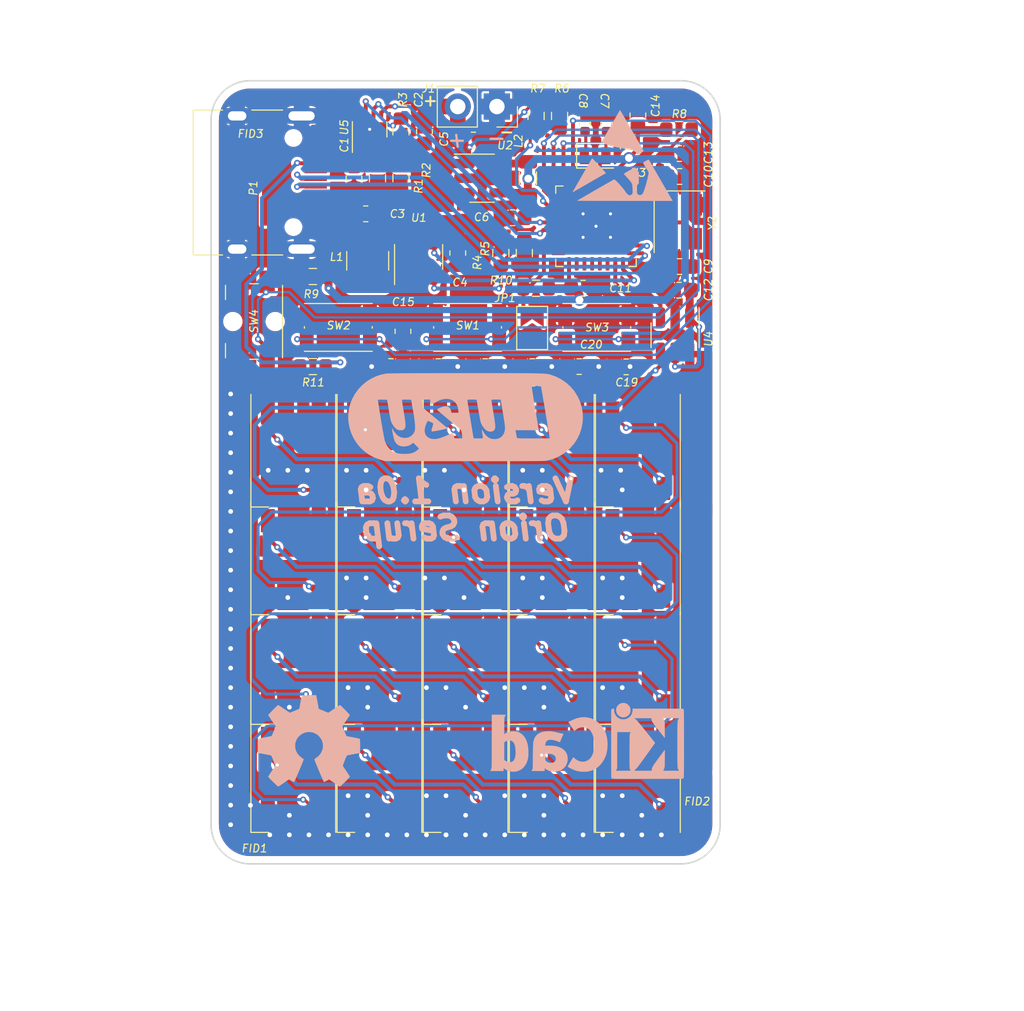
<source format=kicad_pcb>
(kicad_pcb (version 20211014) (generator pcbnew)
  (title_block (title "Luzy") (date "2023-02-02") (rev "1.0a"))
  (layers (0 "F.Cu" signal) (31 "B.Cu" signal) (34 "B.Paste" user) (35 "F.Paste" user) (36 "B.SilkS" user "B.Silkscreen") (37 "F.SilkS" user "F.Silkscreen") (38 "B.Mask" user) (39 "F.Mask" user) (44 "Edge.Cuts" user))
  (net 0 "")
  (net 1 "/GND")
  (net 2 "/V_{BATT}")
  (net 3 "/V_{DD}")
  (net 4 "Net-(C7-Pad2)")
  (net 5 "Net-(R1-Pad1)")
  (net 6 "Net-(R2-Pad1)")
  (net 7 "Net-(R3-Pad2)")
  (net 8 "/V_{LED}")
  (net 9 "Net-(C8-Pad2)")
  (net 10 "Net-(L1-Pad2)")
  (net 11 "Net-(L2-Pad1)")
  (net 12 "Net-(R4-Pad2)")
  (net 13 "Net-(C9-Pad2)")
  (net 14 "Net-(C10-Pad2)")
  (net 15 "Net-(D2-Pad2)")
  (net 16 "Net-(D3-Pad2)")
  (net 17 "/LED Grid/LED Row/DATA_OUT")
  (net 18 "Net-(D6-Pad2)")
  (net 19 "Net-(D7-Pad2)")
  (net 20 "Net-(D8-Pad2)")
  (net 21 "Net-(D10-Pad4)")
  (net 22 "/LED Grid/LED Row1/DATA_OUT")
  (net 23 "Net-(D11-Pad2)")
  (net 24 "Net-(D12-Pad2)")
  (net 25 "Net-(D13-Pad2)")
  (net 26 "Net-(D14-Pad2)")
  (net 27 "/LED Grid/LED Row2/DATA_OUT")
  (net 28 "Net-(D16-Pad2)")
  (net 29 "Net-(D17-Pad2)")
  (net 30 "Net-(D18-Pad2)")
  (net 31 "Net-(D19-Pad2)")
  (net 32 "/LED Grid/LED Row3/DATA_OUT")
  (net 33 "Net-(D1-Pad2)")
  (net 34 "Net-(D4-Pad2)")
  (net 35 "/Controller/VBATTSENSE")
  (net 36 "/BOOST_EN")
  (net 38 "/Controller/~{RESET}")
  (net 39 "/CHRG_PG")
  (net 40 "/CHRG_STAT")
  (net 41 "/Controller/BOOT")
  (net 46 "/D-")
  (net 47 "/D+")
  (net 50 "/V_{USB}")
  (net 51 "Net-(P1-PadA5)")
  (net 53 "/DATA")
  (net 54 "/POWER")
  (net 55 "/LEFT")
  (net 56 "/RIGHT")
  (net 57 "/Controller/VDDA")
  (net 60 "/Controller/WS2812_DATA")
  (footprint "Jumper:SolderJumper-2_P1.3mm_Open_TrianglePad1.0x1.5mm" (layer "F.Cu") (at 102.576509 54.864 90)
    (fp_text reference "JP1")
    (fp_text value "Jumper_2_Open")
  )
  (footprint "Capacitor_SMD:C_0603_1608Metric" (layer "F.Cu") (at 91.019509 45.153 -90)
    (fp_text reference "C1")
    (fp_text value "4.7uF")
  )
  (footprint "LED_SMD:LED_WS2812B_PLCC4_5.0x5.0mm_P3.2mm" (layer "F.Cu") (at 98.258509 62.825609 -90)
    (fp_text reference "D3" hide)
    (fp_text value "WS2812B")
  )
  (footprint "Capacitor_SMD:C_0603_1608Metric" (layer "F.Cu") (at 99.528509 57.367)
    (fp_text reference "C21")
    (fp_text value "4.7uF")
  )
  (footprint "LED_SMD:LED_WS2812B_PLCC4_5.0x5.0mm_P3.2mm" (layer "F.Cu") (at 109.434509 83.933009 -90)
    (fp_text reference "D20" hide)
    (fp_text value "WS2812B")
  )
  (footprint "Connector_PinSocket_2.54mm:PinSocket_1x02_P2.54mm_Vertical" (layer "F.Cu") (at 100.290509 40.501 -90)
    (fp_text reference "J1")
    (fp_text value "Battery Connector")
  )
  (footprint "Button_Switch_SMD:SW_Push_1P1T_NO_CK_KMR2" (layer "F.Cu") (at 98.385509 54.827)
    (fp_text reference "SW1")
    (fp_text value "KMR211")
  )
  (footprint "Package_TO_SOT_SMD:TSOT-23-5" (layer "F.Cu") (at 99.325309 45.1496)
    (fp_text reference "U2")
    (fp_text value "LM3671")
  )
  (footprint "LED_SMD:LED_WS2812B_PLCC4_5.0x5.0mm_P3.2mm" (layer "F.Cu") (at 103.846509 69.810609 -90)
    (fp_text reference "D9" hide)
    (fp_text value "WS2812B")
  )
  (footprint "Capacitor_SMD:C_0603_1608Metric" (layer "F.Cu") (at 109.434509 41.0602 -90)
    (fp_text reference "C14")
    (fp_text value "4.7uF")
  )
  (footprint "Capacitor_SMD:C_0603_1608Metric" (layer "F.Cu") (at 95.591509 42.127 90)
    (fp_text reference "C2")
    (fp_text value "4.7uF")
  )
  (footprint "Resistor_SMD:R_0603_1608Metric" (layer "F.Cu") (at 94.067509 42.105 90)
    (fp_text reference "R3")
    (fp_text value "27k")
  )
  (footprint "LED_SMD:LED_WS2812B_PLCC4_5.0x5.0mm_P3.2mm" (layer "F.Cu") (at 87.081118 76.922609 -90)
    (fp_text reference "D11" hide)
    (fp_text value "WS2812B")
  )
  (footprint "Capacitor_SMD:C_0603_1608Metric" (layer "F.Cu") (at 108.672509 57.385)
    (fp_text reference "C19")
    (fp_text value "4.7uF")
  )
  (footprint "Crystal:Crystal_SMD_3225-4Pin_3.2x2.5mm" (layer "F.Cu") (at 112.138709 47.9768 -90)
    (fp_text reference "Y2")
    (fp_text value "40MHz 12pF")
  )
  (footprint "LED_SMD:LED_WS2812B_PLCC4_5.0x5.0mm_P3.2mm" (layer "F.Cu") (at 109.433118 62.825609 -90)
    (fp_text reference "D5" hide)
    (fp_text value "WS2812B")
  )
  (footprint "Capacitor_SMD:C_0603_1608Metric" (layer "F.Cu") (at 112.101509 52.414)
    (fp_text reference "C12")
    (fp_text value "4.7uF")
  )
  (footprint "Capacitor_SMD:C_0603_1608Metric" (layer "F.Cu") (at 94.194509 55.081 -90)
    (fp_text reference "C15")
    (fp_text value "4.7uF")
  )
  (footprint "Resistor_SMD:R_0603_1608Metric" (layer "F.Cu") (at 88.352509 51.525)
    (fp_text reference "R9")
    (fp_text value "16.9k")
  )
  (footprint "Capacitor_SMD:C_0402_1005Metric" (layer "F.Cu") (at 107.402509 41.619 -90)
    (fp_text reference "C7")
    (fp_text value "15-21pF")
  )
  (footprint "LED_SMD:LED_WS2812B_PLCC4_5.0x5.0mm_P3.2mm" (layer "F.Cu") (at 92.669118 76.922609 -90)
    (fp_text reference "D12" hide)
    (fp_text value "WS2812B")
  )
  (footprint "LED_SMD:LED_WS2812B_PLCC4_5.0x5.0mm_P3.2mm" (layer "F.Cu") (at 98.258509 69.810609 -90)
    (fp_text reference "D8" hide)
    (fp_text value "WS2812B")
  )
  (footprint "LED_SMD:LED_WS2812B_PLCC4_5.0x5.0mm_P3.2mm" (layer "F.Cu") (at 87.082509 62.825609 -90)
    (fp_text reference "D1" hide)
    (fp_text value "WS2812B")
  )
  (footprint "Resistor_SMD:R_0603_1608Metric" (layer "F.Cu") (at 92.543509 45.142 -90)
    (fp_text reference "R1")
    (fp_text value "500")
  )
  (footprint "Capacitor_SMD:C_0603_1608Metric" (layer "F.Cu") (at 98.766509 42.6756)
    (fp_text reference "C5")
    (fp_text value "4.7uF")
  )
  (footprint "LED_SMD:LED_WS2812B_PLCC4_5.0x5.0mm_P3.2mm" (layer "F.Cu") (at 109.433118 76.922609 -90)
    (fp_text reference "D15" hide)
    (fp_text value "WS2812B")
  )
  (footprint "LED_SMD:LED_WS2812B_PLCC4_5.0x5.0mm_P3.2mm" (layer "F.Cu") (at 103.845118 76.922609 -90)
    (fp_text reference "D14" hide)
    (fp_text value "WS2812B")
  )
  (footprint "LED_SMD:LED_WS2812B_PLCC4_5.0x5.0mm_P3.2mm" (layer "F.Cu") (at 103.846509 83.933009 -90)
    (fp_text reference "D19" hide)
    (fp_text value "WS2812B")
  )
  (footprint "Crystal:Crystal_SMD_2012-2Pin_2.0x1.2mm" (layer "F.Cu") (at 106.659509 43.694)
    (fp_text reference "Y1")
    (fp_text value "32.768kHz 12.5pF")
  )
  (footprint "Package_TO_SOT_SMD:SOT-23-6" (layer "F.Cu") (at 95.210509 50.255 90)
    (fp_text reference "U1")
    (fp_text value "TLV61070A")
  )
  (footprint "Package_DFN_QFN:QFN-32-1EP_5x5mm_P0.5mm_EP3.45x3.45mm" (layer "F.Cu") (at 106.716709 48.2668 -90)
    (fp_text reference "U3")
    (fp_text value "ESP32-C3")
  )
  (footprint "LED_SMD:LED_WS2812B_PLCC4_5.0x5.0mm_P3.2mm" (layer "F.Cu") (at 103.846509 62.825609 -90)
    (fp_text reference "D4" hide)
    (fp_text value "WS2812B")
  )
  (footprint "Capacitor_SMD:C_0402_1005Metric" (layer "F.Cu") (at 106.005509 41.619 -90)
    (fp_text reference "C8")
    (fp_text value "15-21pF")
  )
  (footprint "LED_SMD:LED_WS2812B_PLCC4_5.0x5.0mm_P3.2mm" (layer "F.Cu") (at 92.670509 62.825609 -90)
    (fp_text reference "D2" hide)
    (fp_text value "WS2812B")
  )
  (footprint "Fiducial:Fiducial_0.5mm_Mask1.5mm" (layer "F.Cu") (at 84.288509 43.905)
    (fp_text reference "FID3")
    (fp_text value "Fiducial")
  )
  (footprint "Capacitor_SMD:C_0603_1608Metric" (layer "F.Cu") (at 97.750509 50.001 -90)
    (fp_text reference "C4")
    (fp_text value "4.7uF")
  )
  (footprint "Button_Switch_SMD:Panasonic_EVQPUM_EVQPUD" (layer "F.Cu") (at 84.534509 54.446 90)
    (fp_text reference "SW4")
    (fp_text value "EVQ-PUM02K")
  )
  (footprint "Capacitor_SMD:C_0603_1608Metric" (layer "F.Cu") (at 102.576509 57.367)
    (fp_text reference "C17")
    (fp_text value "4.7uF")
  )
  (footprint "LED_SMD:LED_WS2812B_PLCC4_5.0x5.0mm_P3.2mm" (layer "F.Cu") (at 98.257118 76.922609 -90)
    (fp_text reference "D13" hide)
    (fp_text value "WS2812B")
  )
  (footprint "LED_SMD:LED_WS2812B_PLCC4_5.0x5.0mm_P3.2mm" (layer "F.Cu") (at 92.670509 83.933009 -90)
    (fp_text reference "D17" hide)
    (fp_text value "WS2812B")
  )
  (footprint "LED_SMD:LED_WS2812B_PLCC4_5.0x5.0mm_P3.2mm" (layer "F.Cu") (at 92.670509 69.810609 -90)
    (fp_text reference "D7" hide)
    (fp_text value "WS2812B")
  )
  (footprint "Resistor_SMD:R_0603_1608Metric" (layer "F.Cu") (at 100.544509 50.001 -90)
    (fp_text reference "R4")
    (fp_text value "R_US")
  )
  (footprint "Button_Switch_SMD:SW_Push_1P1T_NO_CK_KMR2" (layer "F.Cu") (at 106.767509 54.827)
    (fp_text reference "SW3")
    (fp_text value "KMR211")
  )
  (footprint "Fiducial:Fiducial_0.5mm_Mask1.5mm" (layer "F.Cu") (at 112.228509 87.085)
    (fp_text reference "FID2")
    (fp_text value "Fiducial")
  )
  (footprint "Connector_USB:USB_C_Receptacle_HRO_TYPE-C-31-M-12" (layer "F.Cu") (at 84.490509 45.429 -90)
    (fp_text reference "P1")
    (fp_text value "USB4105")
  )
  (footprint "Package_TO_SOT_SMD:SOT-23-6" (layer "F.Cu") (at 111.847509 55.335 -90)
    (fp_text reference "U4")
    (fp_text value "SN74LVC1T45DBV")
  )
  (footprint "Capacitor_SMD:C_0603_1608Metric" (layer "F.Cu") (at 101.306509 47.715 180)
    (fp_text reference "C6")
    (fp_text value "4.7uF")
  )
  (footprint "Capacitor_SMD:C_0603_1608Metric" (layer "F.Cu") (at 105.624509 57.367)
    (fp_text reference "C20")
    (fp_text value "4.7uF")
  )
  (footprint "Fiducial:Fiducial_0.5mm_Mask1.5mm" (layer "F.Cu") (at 84.2885 87.085)
    (fp_text reference "FID1")
    (fp_text value "Fiducial")
  )
  (footprint "Package_SON:WSON-8-1EP_2x2mm_P0.5mm_EP0.9x1.6mm" (layer "F.Cu") (at 92.035509 41.978 90)
    (fp_text reference "U5")
    (fp_text value "BQ25170JDSGR")
  )
  (footprint "Capacitor_SMD:C_0603_1608Metric" (layer "F.Cu") (at 112.138709 45.0383 180)
    (fp_text reference "C10")
    (fp_text value "14-20pF")
  )
  (footprint "Resistor_SMD:R_0603_1608Metric" (layer "F.Cu") (at 112.101509 42)
    (fp_text reference "R8")
    (fp_text value "16.9k")
  )
  (footprint "Resistor_SMD:R_0603_1608Metric" (layer "F.Cu") (at 102.830509 52.287)
    (fp_text reference "R10")
    (fp_text value "16.9k")
  )
  (footprint "Resistor_SMD:R_0603_1608Metric" (layer "F.Cu") (at 94.067509 45.142 -90)
    (fp_text reference "R2")
    (fp_text value "10k")
  )
  (footprint "LED_SMD:LED_WS2812B_PLCC4_5.0x5.0mm_P3.2mm" (layer "F.Cu") (at 98.258509 83.933009 -90)
    (fp_text reference "D18" hide)
    (fp_text value "WS2812B")
  )
  (footprint "Inductor_SMD:L_0805_2012Metric" (layer "F.Cu") (at 102.297109 45.1496 -90)
    (fp_text reference "L2")
    (fp_text value "2.2uH")
  )
  (footprint "Resistor_SMD:R_0603_1608Metric" (layer "F.Cu") (at 102.830509 41.111 -90)
    (fp_text reference "R6")
    (fp_text value "100k")
  )
  (footprint "LED_SMD:LED_WS2812B_PLCC4_5.0x5.0mm_P3.2mm" (layer "F.Cu") (at 87.082509 69.810609 -90)
    (fp_text reference "D6" hide)
    (fp_text value "WS2812B")
  )
  (footprint "Capacitor_SMD:C_0603_1608Metric" (layer "F.Cu") (at 105.878509 52.287 180)
    (fp_text reference "C11")
    (fp_text value "4.7uF")
  )
  (footprint "Button_Switch_SMD:SW_Push_1P1T_NO_CK_KMR2" (layer "F.Cu") (at 90.003509 54.827)
    (fp_text reference "SW2")
    (fp_text value "KMR211")
  )
  (footprint "Capacitor_SMD:C_0603_1608Metric" (layer "F.Cu") (at 112.126909 43.5494)
    (fp_text reference "C13")
    (fp_text value "4.7uF")
  )
  (footprint "Inductor_SMD:L_1210_3225Metric" (layer "F.Cu") (at 91.908509 50.509 -90)
    (fp_text reference "L1")
    (fp_text value "4.7uH")
  )
  (footprint "Resistor_SMD:R_0603_1608Metric" (layer "F.Cu") (at 88.352509 57.367 180)
    (fp_text reference "R11")
    (fp_text value "5.1k")
  )
  (footprint "Capacitor_SMD:C_0603_1608Metric" (layer "F.Cu") (at 93.419509 57.367 180)
    (fp_text reference "C16")
    (fp_text value "4.7uF")
  )
  (footprint "Capacitor_SMD:C_0603_1608Metric" (layer "F.Cu") (at 91.781509 47.461 180)
    (fp_text reference "C3")
    (fp_text value "4.7uF")
  )
  (footprint "Capacitor_SMD:C_0603_1608Metric" (layer "F.Cu") (at 96.480509 57.367)
    (fp_text reference "C18")
    (fp_text value "4.7uF")
  )
  (footprint "Capacitor_SMD:C_0603_1608Metric" (layer "F.Cu") (at 112.138709 50.8803)
    (fp_text reference "C9")
    (fp_text value "14-20pF")
  )
  (footprint "Resistor_SMD:R_0603_1608Metric" (layer "F.Cu") (at 102.068509 50.001 -90)
    (fp_text reference "R5")
    (fp_text value "R_US")
  )
  (footprint "LED_SMD:LED_WS2812B_PLCC4_5.0x5.0mm_P3.2mm" (layer "F.Cu") (at 87.082509 83.933009 -90)
    (fp_text reference "D16" hide)
    (fp_text value "WS2812B")
  )
  (footprint "Resistor_SMD:R_0603_1608Metric" (layer "F.Cu") (at 104.354509 41.111 90)
    (fp_text reference "R7")
    (fp_text value "100k")
  )
  (footprint "LED_SMD:LED_WS2812B_PLCC4_5.0x5.0mm_P3.2mm" (layer "F.Cu") (at 109.433118 69.810609 -90)
    (fp_text reference "D10" hide)
    (fp_text value "WS2812B")
  )
  (footprint "Symbol:ESD-Logo_6.6x6mm_SilkScreen" (layer "B.Cu") (at 108.4326 43.6626 180)
    (fp_text reference "REF**" hide)
    (fp_text value "ESD-Logo_6.6x6mm_SilkScreen" hide)
  )
  (footprint "Symbol:KiCad-Logo_5mm_SilkScreen" (layer "B.Cu") (at 106.1466 82.166609 180)
    (fp_text reference "REF**" hide)
    (fp_text value "KiCad-Logo_5mm_SilkScreen" hide)
  )
  (footprint "LOGO" (layer "B.Cu") (at 98.90133 65.327125 180)
    (fp_text reference "G***" hide)
    (fp_text value "LOGO" hide)
  )
  (footprint "Symbol:OSHW-Symbol_6.7x6mm_SilkScreen" (layer "B.Cu") (at 88.1126 81.658609 180)
    (fp_text reference "REF**" hide)
    (fp_text value "OSHW-Symbol_6.7x6mm_SilkScreen" hide)
  )
  (gr_line (start 112.228509 38.825) (end 84.288509 38.825) (layer "Edge.Cuts") (width 0.1))
  (gr_line (start 81.748509 87.085) (end 81.748509 41.365) (layer "Edge.Cuts") (width 0.1))
  (gr_line (start 84.288509 89.625) (end 112.228509 89.625) (layer "Edge.Cuts") (width 0.1))
  (gr_arc (start 84.288509 89.625) (mid 82.492458 88.881051) (end 81.748509 87.085) (layer "Edge.Cuts") (width 0.1))
  (gr_line (start 114.768509 41.365) (end 114.768509 87.085) (layer "Edge.Cuts") (width 0.1))
  (gr_arc (start 81.748509 41.365) (mid 82.492458 39.568949) (end 84.288509 38.825) (layer "Edge.Cuts") (width 0.1))
  (gr_arc (start 112.228509 38.825) (mid 114.02456 39.568949) (end 114.768509 41.365) (layer "Edge.Cuts") (width 0.1))
  (gr_arc (start 114.768509 87.085) (mid 114.02456 88.881051) (end 112.228509 89.625) (layer "Edge.Cuts") (width 0.1))
  (gr_text "+\n" (at 97.7392 42.6466) (layer "B.SilkS") (effects (font (size 1 1) (thickness 0.15) italic) (justify mirror)))
  (gr_text "Version 1.0a\nOrion Serup" (at 98.298 66.647209) (layer "B.SilkS") (effects (font (size 1.5 1.5) (thickness 0.375) italic) (justify mirror)))
  (gr_text "-" (at 100.3046 42.5196) (layer "B.SilkS") (effects (font (size 1 1) (thickness 0.15) italic) (justify mirror)))
  (gr_text "-\n" (at 100.925509 42.127) (layer "F.SilkS") (effects (font (size 0.762 0.762) (thickness 0.127))))
  (gr_text "+\n" (at 95.972509 40.095) (layer "F.SilkS") (effects (font (size 0.762 0.762) (thickness 0.127))))
  (segment (start 105.846709 49.0168) (end 105.878509 48.985) (width 0.254) (layer "F.Cu") (net 1))
  (segment (start 95.591509 42.902) (end 94.095509 42.902) (width 0.508) (layer "F.Cu") (net 1))
  (segment (start 104.279209 49.0168) (end 105.846709 49.0168) (width 0.254) (layer "F.Cu") (net 1))
  (segment (start 92.207509 41.978) (end 92.785509 42.556) (width 0.254) (layer "F.Cu") (net 1))
  (segment (start 92.785509 42.928) (end 92.785509 42.556) (width 0.254) (layer "F.Cu") (net 1))
  (via (at 108.418509 71.080609) (size 0.508) (drill 0.3048) (layers "F.Cu" "B.Cu") (net 1))
  (via (at 95.718509 85.203009) (size 0.508) (drill 0.3048) (layers "F.Cu" "B.Cu") (net 1))
  (via (at 83.018509 73.115) (size 0.508) (drill 0.3048) (layers "F.Cu" "B.Cu") (net 1))
  (via (at 102.068509 87.743009) (size 0.508) (drill 0.3048) (layers "F.Cu" "B.Cu") (net 1))
  (via (at 105.878509 87.743009) (size 0.508) (drill 0.3048) (layers "F.Cu" "B.Cu") (net 1))
  (via (at 107.148509 87.743009) (size 0.508) (drill 0.3048) (layers "F.Cu" "B.Cu") (net 1))
  (via (at 83.018509 78.195) (size 0.508) (drill 0.3048) (layers "F.Cu" "B.Cu") (net 1))
  (via (at 86.828509 86.473009) (size 0.508) (drill 0.3048) (layers "F.Cu" "B.Cu") (net 1))
  (via (at 91.908509 78.192609) (size 0.508) (drill 0.3048) (layers "F.Cu" "B.Cu") (net 1))
  (via (at 106.716709 48.2668) (size 0.4) (drill 0.2) (layers "F.Cu" "B.Cu") (net 1))
  (via (at 83.018509 59.145) (size 0.508) (drill 0.3048) (layers "F.Cu" "B.Cu") (net 1))
  (via (at 103.338509 86.473009) (size 0.508) (drill 0.3048) (layers "F.Cu" "B.Cu") (net 1))
  (via (at 98.155518 72.350609) (size 0.508) (drill 0.3048) (layers "F.Cu" "B.Cu") (net 1))
  (via (at 90.535518 64.095609) (size 0.508) (drill 0.3048) (layers "F.Cu" "B.Cu") (net 1))
  (via (at 98.155518 65.365609) (size 0.508) (drill 0.3048) (layers "F.Cu" "B.Cu") (net 1))
  (via (at 96.885518 71.080609) (size 0.508) (drill 0.3048) (layers "F.Cu" "B.Cu") (net 1))
  (via (at 110.958509 87.743009) (size 0.508) (drill 0.3048) (layers "F.Cu" "B.Cu") (net 1))
  (via (at 103.235518 64.095609) (size 0.508) (drill 0.3048) (layers "F.Cu" "B.Cu") (net 1))
  (via (at 108.418509 72.350609) (size 0.508) (drill 0.3048) (layers "F.Cu" "B.Cu") (net 1))
  (via (at 103.235518 71.080609) (size 0.508) (drill 0.3048) (layers "F.Cu" "B.Cu") (net 1))
  (via (at 98.258509 79.462609) (size 0.508) (drill 0.3048) (layers "F.Cu" "B.Cu") (net 1))
  (via (at 86.828509 87.743009) (size 0.508) (drill 0.3048) (layers "F.Cu" "B.Cu") (net 1))
  (via (at 107.148509 85.203009) (size 0.508) (drill 0.3048) (layers "F.Cu" "B.Cu") (net 1))
  (via (at 103.338509 85.203009) (size 0.508) (drill 0.3048) (layers "F.Cu" "B.Cu") (net 1))
  (via (at 83.018509 82.005) (size 0.508) (drill 0.3048) (layers "F.Cu" "B.Cu") (net 1))
  (via (at 90.638509 87.743009) (size 0.508) (drill 0.3048) (layers "F.Cu" "B.Cu") (net 1))
  (via (at 100.798509 78.192609) (size 0.508) (drill 0.3048) (layers "F.Cu" "B.Cu") (net 1))
  (via (at 91.805518 65.365609) (size 0.508) (drill 0.3048) (layers "F.Cu" "B.Cu") (net 1))
  (via (at 91.908509 86.473009) (size 0.508) (drill 0.3048) (layers "F.Cu" "B.Cu") (net 1))
  (via (at 91.908509 87.743009) (size 0.508) (drill 0.3048) (layers "F.Cu" "B.Cu") (net 1))
  (via (at 83.018509 70.575) (size 0.508) (drill 0.3048) (layers "F.Cu" "B.Cu") (net 1))
  (via (at 95.615518 64.095609) (size 0.508) (drill 0.3048) (layers "F.Cu" "B.Cu") (net 1))
  (via (at 96.988509 87.743009) (size 0.508) (drill 0.3048) (layers "F.Cu" "B.Cu") (net 1))
  (via (at 108.418509 85.203009) (size 0.508) (drill 0.3048) (layers "F.Cu" "B.Cu") (net 1))
  (via (at 83.018509 84.545) (size 0.508) (drill 0.3048) (layers "F.Cu" "B.Cu") (net 1))
  (via (at 106.894509 57.367) (size 0.508) (drill 0.3048) (layers "F.Cu" "B.Cu") (net 1))
  (via (at 83.018509 83.275) (size 0.508) (drill 0.3048) (layers "F.Cu" "B.Cu") (net 1))
  (via (at 83.018509 85.815) (size 0.508) (drill 0.3048) (layers "F.Cu" "B.Cu") (net 1))
  (via (at 107.656509 48.985) (size 0.4) (drill 0.2) (layers "F.Cu" "B.Cu") (net 1))
  (via (at 103.235518 72.350609) (size 0.508) (drill 0.3048) (layers "F.Cu" "B.Cu") (net 1))
  (via (at 103.235518 65.365609) (size 0.508) (drill 0.3048) (layers "F.Cu" "B.Cu") (net 1))
  (via (at 93.178509 87.743009) (size 0.508) (drill 0.3048) (layers "F.Cu" "B.Cu") (net 1))
  (via (at 101.965518 64.095609) (size 0.508) (drill 0.3048) (layers "F.Cu" "B.Cu") (net 1))
  (via (at 98.258509 86.473009) (size 0.508) (drill 0.3048) (layers "F.Cu" "B.Cu") (net 1))
  (via (at 91.908509 85.203009) (size 0.508) (drill 0.3048) (layers "F.Cu" "B.Cu") (net 1))
  (via (at 85.455518 64.095609) (size 0.508) (drill 0.3048) (layers "F.Cu" "B.Cu") (net 1))
  (via (at 105.878509 48.985) (size 0.4) (drill 0.2) (layers "F.Cu" "B.Cu") (net 1))
  (via (at 90.535518 71.080609) (size 0.508) (drill 0.3048) (layers "F.Cu" "B.Cu") (net 1))
  (via (at 105.878509 47.461) (size 0.4) (drill 0.2) (layers "F.Cu" "B.Cu") (net 1))
  (via (at 86.725518 72.350609) (size 0.508) (drill 0.3048) (layers "F.Cu" "B.Cu") (net 1))
  (via (at 108.926509 57.367) (size 0.508) (drill 0.3048) (layers "F.Cu" "B.Cu") (net 1))
  (via (at 83.018509 71.845) (size 0.508) (drill 0.3048) (layers "F.Cu" "B.Cu") (net 1))
  (via (at 89.368509 87.743009) (size 0.508) (drill 0.3048) (layers "F.Cu" "B.Cu") (net 1))
  (via (at 91.805518 64.095609) (size 0.508) (drill 0.3048) (layers "F.Cu" "B.Cu") (net 1))
  (via (at 100.798509 87.743009) (size 0.508) (drill 0.3048) (layers "F.Cu" "B.Cu") (net 1))
  (via (at 91.805518 72.350609) (size 0.508) (drill 0.3048) (layers "F.Cu" "B.Cu") (net 1))
  (via (at 85.558509 87.743009) (size 0.508) (drill 0.3048) (layers "F.Cu" "B.Cu") (net 1))
  (via (at 103.846509 57.367) (size 0.508) (drill 0.3048) (layers "F.Cu" "B.Cu") (net 1))
  (via (at 96.885518 64.095609) (size 0.508) (drill 0.3048) (layers "F.Cu" "B.Cu") (net 1))
  (via (at 96.988509 85.203009) (size 0.508) (drill 0.3048) (layers "F.Cu" "B.Cu") (net 1))
  (via (at 83.018509 68.035) (size 0.508) (drill 0.3048) (layers "F.Cu" "B.Cu") (net 1))
  (via (at 86.725518 64.095609) (size 0.508) (drill 0.3048) (layers "F.Cu" "B.Cu") (net 1))
  (via (at 99.528509 87.743009) (size 0.508) (drill 0.3048) (layers "F.Cu" "B.Cu") (net 1))
  (via (at 107.656509 47.461) (size 0.4) (drill 0.2) (layers "F.Cu" "B.Cu") (net 1))
  (via (at 83.018509 74.385) (size 0.508) (drill 0.3048) (layers "F.Cu" "B.Cu") (net 1))
  (via (at 96.988509 87.743009) (size 0.508) (drill 0.3048) (layers "F.Cu" "B.Cu") (net 1))
  (via (at 97.750509 57.367) (size 0.508) (drill 0.3048) (layers "F.Cu" "B.Cu") (net 1))
  (via (at 108.418509 78.192609) (size 0.508) (drill 0.3048) (layers "F.Cu" "B.Cu") (net 1))
  (via (at 95.718509 87.743009) (size 0.508) (drill 0.3048) (layers "F.Cu" "B.Cu") (net 1))
  (via (at 108.418509 87.743009) (size 0.508) (drill 0.3048) (layers "F.Cu" "B.Cu") (net 1))
  (via (at 95.718509 78.192609) (size 0.508) (drill 0.3048) (layers "F.Cu" "B.Cu") (net 1))
  (via (at 83.018509 62.955) (size 0.508) (drill 0.3048) (layers "F.Cu" "B.Cu") (net 1))
  (via (at 86.828509 79.462609) (size 0.508) (drill 0.3048) (layers "F.Cu" "B.Cu") (net 1))
  (via (at 83.018509 66.765) (size 0.508) (drill 0.3048) (layers "F.Cu" "B.Cu") (net 1))
  (via (at 83.018509 65.495) (size 0.508) (drill 0.3048) (layers "F.Cu" "B.Cu") (net 1))
  (via (at 96.988509 78.192609) (size 0.508) (drill 0.3048) (layers "F.Cu" "B.Cu") (net 1))
  (via (at 95.615518 71.080609) (size 0.508) (drill 0.3048) (layers "F.Cu" "B.Cu") (net 1))
  (via (at 104.608509 87.743009) (size 0.508) (drill 0.3048) (layers "F.Cu" "B.Cu") (net 1))
  (via (at 92.035509 41.978) (size 0.4) (drill 0.2) (layers "F.Cu" "B.Cu") (net 1))
  (via (at 83.018509 61.685) (size 0.508) (drill 0.3048) (layers "F.Cu" "B.Cu") (net 1))
  (via (at 94.448509 87.743009) (size 0.508) (drill 0.3048) (layers "F.Cu" "B.Cu") (net 1))
  (via (at 100.798509 57.367) (size 0.508) (drill 0.3048) (layers "F.Cu" "B.Cu") (net 1))
  (via (at 109.688509 87.743009) (size 0.508) (drill 0.3048) (layers "F.Cu" "B.Cu") (net 1))
  (via (at 101.965518 71.080609) (size 0.508) (drill 0.3048) (layers "F.Cu" "B.Cu") (net 1))
  (via (at 88.098509 87.743009) (size 0.508) (drill 0.3048) (layers "F.Cu" "B.Cu") (net 1))
  (via (at 108.418509 65.365609) (size 0.508) (drill 0.3048) (layers "F.Cu" "B.Cu") (net 1))
  (via (at 107.148509 78.192609) (size 0.508) (drill 0.3048) (layers "F.Cu" "B.Cu") (net 1))
  (via (at 84.3026 85.8266) (size 0.508) (drill 0.3048) (layers "F.Cu" "B.Cu") (net 1))
  (via (at 90.638509 85.203009) (size 0.508) (drill 0.3048) (layers "F.Cu" "B.Cu") (net 1))
  (via (at 109.688509 86.473009) (size 0.508) (drill 0.3048) (layers "F.Cu" "B.Cu") (net 1))
  (via (at 83.018509 60.415) (size 0.508) (drill 0.3048) (layers "F.Cu" "B.Cu") (net 1))
  (via (at 103.338509 79.462609) (size 0.508) (drill 0.3048) (layers "F.Cu" "B.Cu") (net 1))
  (via (at 108.315518 64.095609) (size 0.508) (drill 0.3048) (layers "F.Cu" "B.Cu") (net 1))
  (via (at 83.018509 79.465) (size 0.508) (drill 0.3048) (layers "F.Cu" "B.Cu") (net 1))
  (via (at 91.805518 71.080609) (size 0.508) (drill 0.3048) (layers "F.Cu" "B.Cu") (net 1))
  (via (at 91.908509 79.462609) (size 0.508) (drill 0.3048) (layers "F.Cu" "B.Cu") (net 1))
  (via (at 90.638509 78.192609) (size 0.508) (drill 0.3048) (layers "F.Cu" "B.Cu") (net 1))
  (via (at 92.162509 57.367) (size 0.508) (drill 0.3048) (layers "F.Cu" "B.Cu") (net 1))
  (via (at 102.068509 85.203009) (size 0.508) (drill 0.3048) (layers "F.Cu" "B.Cu") (net 1))
  (via (at 107.045518 64.095609) (size 0.508) (drill 0.3048) (layers "F.Cu" "B.Cu") (net 1))
  (via (at 102.068509 78.192609) (size 0.508) (drill 0.3048) (layers "F.Cu" "B.Cu") (net 1))
  (via (at 83.018509 76.925) (size 0.508) (drill 0.3048) (layers "F.Cu" "B.Cu") (net 1))
  (via (at 87.995518 64.095609) (size 0.508) (drill 0.3048) (layers "F.Cu" "B.Cu") (net 1))
  (via (at 83.018509 69.305) (size 0.508) (drill 0.3048) (layers "F.Cu" "B.Cu") (net 1))
  (via (at 83.018509 87.085) (size 0.508) (drill 0.3048) (layers "F.Cu" "B.Cu") (net 1))
  (via (at 83.018509 75.655) (size 0.508) (drill 0.3048) (layers "F.Cu" "B.Cu") (net 1))
  (via (at 103.338509 78.192609) (size 0.508) (drill 0.3048) (layers "F.Cu" "B.Cu") (net 1))
  (via (at 98.258509 87.743009) (size 0.508) (drill 0.3048) (layers "F.Cu" "B.Cu") (net 1))
  (via (at 100.798509 85.203009) (size 0.508) (drill 0.3048) (layers "F.Cu" "B.Cu") (net 1))
  (via (at 103.338509 87.743009) (size 0.508) (drill 0.3048) (layers "F.Cu" "B.Cu") (net 1))
  (via (at 107.148509 71.080609) (size 0.508) (drill 0.3048) (layers "F.Cu" "B.Cu") (net 1))
  (via (at 83.018509 80.735) (size 0.508) (drill 0.3048) (layers "F.Cu" "B.Cu") (net 1))
  (via (at 83.018509 64.225) (size 0.508) (drill 0.3048) (layers "F.Cu" "B.Cu") (net 1))
  (segment (start 102.639509 40.286) (end 102.068509 40.857) (width 0.2) (layer "F.Cu") (net 2))
  (via (at 102.068509 40.857) (size 0.4) (drill 0.2) (layers "F.Cu" "B.Cu") (net 2))
  (via (at 98.512509 43.143) (size 0.4) (drill 0.2) (layers "F.Cu" "B.Cu") (net 2))
  (segment (start 98.512509 43.143) (end 99.020509 42.635) (width 0.2) (layer "B.Cu") (net 2))
  (segment (start 99.020509 42.635) (end 100.290509 42.635) (width 0.2) (layer "B.Cu") (net 2))
  (segment (start 100.290509 42.635) (end 102.068509 40.857) (width 0.2) (layer "B.Cu") (net 2))
  (segment (start 108.220709 44.4692) (end 108.855709 43.8342) (width 0.2) (layer "F.Cu") (net 3))
  (segment (start 102.297109 45.2004) (end 102.322509 45.175) (width 0.508) (layer "F.Cu") (net 3))
  (segment (start 103.655509 52.287) (end 104.976509 52.287) (width 0.508) (layer "F.Cu") (net 3))
  (segment (start 109.434509 43.2554) (end 108.855709 43.8342) (width 0.254) (layer "F.Cu") (net 3))
  (segment (start 105.644928 52.701419) (end 105.103509 52.16) (width 0.508) (layer "F.Cu") (net 3))
  (segment (start 100.462809 46.0996) (end 102.184609 46.0996) (width 0.508) (layer "F.Cu") (net 3))
  (segment (start 107.466709 45.2232) (end 107.966709 44.7232) (width 0.2) (layer "F.Cu") (net 3))
  (segment (start 102.297109 46.2121) (end 102.297109 45.2004) (width 0.508) (layer "F.Cu") (net 3))
  (segment (start 104.966709 50.7043) (end 104.966709 52.0232) (width 0.2) (layer "F.Cu") (net 3))
  (segment (start 102.297109 46.2121) (end 102.297109 47.413) (width 0.508) (layer "F.Cu") (net 3))
  (segment (start 111.847509 57.367) (end 111.847509 56.4725) (width 0.254) (layer "F.Cu") (net 3))
  (segment (start 104.279209 47.5168) (end 102.193309 47.5168) (width 0.2) (layer "F.Cu") (net 3))
  (segment (start 109.434509 41.8352) (end 109.434509 43.2554) (width 0.254) (layer "F.Cu") (net 3))
  (segment (start 89.368509 51.716) (end 89.177509 51.525) (width 0.508) (layer "F.Cu") (net 3))
  (segment (start 112.797509 54.1975) (end 112.797509 52.493) (width 0.508) (layer "F.Cu") (net 3))
  (segment (start 113.399259 54.79925) (end 112.797509 54.1975) (width 0.254) (layer "F.Cu") (net 3))
  (segment (start 107.966709 44.7232) (end 108.220709 44.4692) (width 0.254) (layer "F.Cu") (net 3))
  (segment (start 111.351909 42.0254) (end 109.189009 42.0254) (width 0.508) (layer "F.Cu") (net 3))
  (segment (start 112.924509 52.221) (end 112.482509 51.779) (width 0.2) (layer "F.Cu") (net 3))
  (segment (start 102.297109 47.413) (end 102.081509 47.6286) (width 0.508) (layer "F.Cu") (net 3))
  (segment (start 105.644928 53.049) (end 105.644928 52.701419) (width 0.508) (layer "F.Cu") (net 3))
  (segment (start 107.466709 45.2232) (end 108.855709 43.8342) (width 0.254) (layer "F.Cu") (net 3))
  (segment (start 89.368509 52.287) (end 89.368509 51.716) (width 0.508) (layer "F.Cu") (net 3))
  (segment (start 107.466709 45.8293) (end 107.466709 45.2232) (width 0.254) (layer "F.Cu") (net 3))
  (segment (start 107.966709 45.8293) (end 107.966709 44.7232) (width 0.254) (layer "F.Cu") (net 3))
  (segment (start 104.966709 50.7043) (end 104.966709 52.1502) (width 0.254) (layer "F.Cu") (net 3))
  (via (at 108.855709 43.8342) (size 0.762) (drill 0.508) (layers "F.Cu" "B.Cu") (net 3))
  (via (at 105.644928 53.049) (size 0.762) (drill 0.508) (layers "F.Cu" "B.Cu") (net 3))
  (via (at 113.399259 54.79925) (size 0.4) (drill 0.2) (layers "F.Cu" "B.Cu") (net 3))
  (via (at 102.322509 45.175) (size 0.762) (drill 0.508) (layers "F.Cu" "B.Cu") (net 3))
  (via (at 89.368509 52.287) (size 0.4) (drill 0.2) (layers "F.Cu" "B.Cu") (net 3))
  (via (at 112.482509 51.779) (size 0.4) (drill 0.2) (layers "F.Cu" "B.Cu") (net 3))
  (via (at 111.847509 57.367) (size 0.4) (drill 0.2) (layers "F.Cu" "B.Cu") (net 3))
  (segment (start 102.830509 43.905) (end 111.593509 43.905) (width 0.508) (layer "B.Cu") (net 3))
  (segment (start 113.399259 57.21225) (end 113.244509 57.367) (width 0.254) (layer "B.Cu") (net 3))
  (segment (start 112.482509 44.794) (end 112.482509 51.779) (width 0.508) (layer "B.Cu") (net 3))
  (segment (start 102.322509 45.175) (end 102.322509 44.413) (width 0.508) (layer "B.Cu") (net 3))
  (segment (start 113.399259 54.79925) (end 113.399259 57.21225) (width 0.254) (layer "B.Cu") (net 3))
  (segment (start 111.212509 53.049) (end 112.482509 51.779) (width 0.508) (layer "B.Cu") (net 3))
  (segment (start 107.148509 53.049) (end 111.212509 53.049) (width 0.508) (layer "B.Cu") (net 3))
  (segment (start 90.130509 53.049) (end 89.368509 52.287) (width 0.508) (layer "B.Cu") (net 3))
  (segment (start 113.244509 57.367) (end 111.847509 57.367) (width 0.254) (layer "B.Cu") (net 3))
  (segment (start 105.644928 53.049) (end 107.148509 53.049) (width 0.508) (layer "B.Cu") (net 3))
  (segment (start 107.148509 53.049) (end 90.130509 53.049) (width 0.508) (layer "B.Cu") (net 3))
  (segment (start 111.593509 43.905) (end 112.482509 44.794) (width 0.508) (layer "B.Cu") (net 3))
  (segment (start 102.322509 44.413) (end 102.830509 43.905) (width 0.508) (layer "B.Cu") (net 3))
  (segment (start 107.359509 43.694) (end 107.359509 42.2555) (width 0.2) (layer "F.Cu") (net 4))
  (segment (start 106.966709 44.0868) (end 107.359509 43.694) (width 0.254) (layer "F.Cu") (net 4))
  (segment (start 106.966709 45.8293) (end 106.966709 44.0868) (width 0.254) (layer "F.Cu") (net 4))
  (segment (start 91.785509 42.928) (end 91.785509 43.559) (width 0.2) (layer "F.Cu") (net 5))
  (segment (start 91.785509 43.559) (end 92.543509 44.317) (width 0.2) (layer "F.Cu") (net 5))
  (segment (start 93.367509 43.617) (end 94.067509 44.317) (width 0.2) (layer "F.Cu") (net 6))
  (segment (start 92.285509 42.928) (end 92.285509 43.378) (width 0.2) (layer "F.Cu") (net 6))
  (segment (start 92.524509 43.617) (end 93.367509 43.617) (width 0.2) (layer "F.Cu") (net 6))
  (segment (start 92.285509 43.378) (end 92.524509 43.617) (width 0.2) (layer "F.Cu") (net 6))
  (segment (start 91.781509 40.166) (end 91.785509 40.17) (width 0.254) (layer "F.Cu") (net 7))
  (segment (start 93.551009 41.7375) (end 94.008509 41.28) (width 0.254) (layer "F.Cu") (net 7))
  (segment (start 91.785509 40.17) (end 91.785509 41.028) (width 0.254) (layer "F.Cu") (net 7))
  (via (at 91.781509 40.166) (size 0.4) (drill 0.2) (layers "F.Cu" "B.Cu") (net 7))
  (via (at 93.551009 41.7375) (size 0.4) (drill 0.2) (layers "F.Cu" "B.Cu") (net 7))
  (segment (start 93.551009 41.7375) (end 93.297009 41.7375) (width 0.2) (layer "B.Cu") (net 7))
  (segment (start 93.178509 41.619) (end 93.164488 41.619) (width 0.2) (layer "B.Cu") (net 7))
  (segment (start 91.781509 40.236021) (end 91.781509 40.166) (width 0.2) (layer "B.Cu") (net 7))
  (segment (start 93.297009 41.7375) (end 93.178509 41.619) (width 0.2) (layer "B.Cu") (net 7))
  (segment (start 93.164488 41.619) (end 91.781509 40.236021) (width 0.2) (layer "B.Cu") (net 7))
  (segment (start 94.194509 55.856) (end 94.194509 57.113) (width 0.508) (layer "F.Cu") (net 8))
  (segment (start 106.052509 42.0385) (end 106.052509 43.601) (width 0.2) (layer "F.Cu") (net 9))
  (segment (start 106.466709 44.2012) (end 105.959509 43.694) (width 0.254) (layer "F.Cu") (net 9))
  (segment (start 106.466709 45.8293) (end 106.466709 44.2012) (width 0.254) (layer "F.Cu") (net 9))
  (segment (start 93.744009 51.909) (end 94.260509 51.3925) (width 0.508) (layer "F.Cu") (net 10))
  (segment (start 91.908509 51.909) (end 93.744009 51.909) (width 0.508) (layer "F.Cu") (net 10))
  (segment (start 100.462809 44.1996) (end 102.184609 44.1996) (width 0.508) (layer "F.Cu") (net 11))
  (segment (start 100.544509 50.7) (end 102.068509 49.176) (width 0.254) (layer "F.Cu") (net 12))
  (segment (start 96.226509 52.287) (end 96.226509 51.4585) (width 0.254) (layer "F.Cu") (net 12))
  (segment (start 100.417509 52.3055) (end 100.544509 52.1785) (width 0.254) (layer "F.Cu") (net 12))
  (segment (start 100.544509 52.1785) (end 100.544509 50.826) (width 0.254) (layer "F.Cu") (net 12))
  (via (at 96.226509 52.287) (size 0.4) (drill 0.2) (layers "F.Cu" "B.Cu") (net 12))
  (via (at 100.417509 52.3055) (size 0.4) (drill 0.2) (layers "F.Cu" "B.Cu") (net 12))
  (segment (start 100.417509 52.3055) (end 96.245009 52.3055) (width 0.254) (layer "B.Cu") (net 12))
  (segment (start 96.245009 52.3055) (end 96.226509 52.287) (width 0.254) (layer "B.Cu") (net 12))
  (segment (start 112.913709 51.0248) (end 112.913709 49.1518) (width 0.2) (layer "F.Cu") (net 13))
  (segment (start 109.154209 48.0168) (end 112.428709 48.0168) (width 0.254) (layer "F.Cu") (net 13))
  (segment (start 112.428709 48.0168) (end 112.988709 48.5768) (width 0.254) (layer "F.Cu") (net 13))
  (segment (start 110.648709 47.5168) (end 111.288709 46.8768) (width 0.254) (layer "F.Cu") (net 14))
  (segment (start 111.288709 46.8768) (end 111.288709 45.109866) (width 0.2) (layer "F.Cu") (net 14))
  (segment (start 109.154209 47.5168) (end 110.648709 47.5168) (width 0.254) (layer "F.Cu") (net 14))
  (segment (start 99.3775 64.7446) (end 99.908509 65.275609) (width 0.254) (layer "F.Cu") (net 15))
  (segment (start 99.3775 64.640609) (end 99.3775 64.7446) (width 0.254) (layer "F.Cu") (net 15))
  (segment (start 91.020509 60.728618) (end 91.7575 61.465609) (width 0.254) (layer "F.Cu") (net 15))
  (via (at 99.3775 64.640609) (size 0.4) (drill 0.2) (layers "F.Cu" "B.Cu") (net 15))
  (via (at 91.7575 61.465609) (size 0.4) (drill 0.2) (layers "F.Cu" "B.Cu") (net 15))
  (arc (start 91.020509 60.375609) (mid 91.07417 60.645382) (end 91.226984 60.874084) (width 0.508) (layer "F.Cu") (net 15))
  (segment (start 93.6625 63.370609) (end 98.1075 63.370609) (width 0.254) (layer "B.Cu") (net 15))
  (segment (start 98.1075 63.370609) (end 99.3775 64.640609) (width 0.254) (layer "B.Cu") (net 15))
  (segment (start 91.7575 61.465609) (end 93.6625 63.370609) (width 0.254) (layer "B.Cu") (net 15))
  (segment (start 96.608509 60.601618) (end 97.4725 61.465609) (width 0.254) (layer "F.Cu") (net 16))
  (segment (start 105.0925 64.8716) (end 105.496509 65.275609) (width 0.254) (layer "F.Cu") (net 16))
  (segment (start 105.0925 64.640609) (end 105.0925 64.8716) (width 0.254) (layer "F.Cu") (net 16))
  (via (at 97.4725 61.465609) (size 0.4) (drill 0.2) (layers "F.Cu" "B.Cu") (net 16))
  (via (at 105.0925 64.640609) (size 0.4) (drill 0.2) (layers "F.Cu" "B.Cu") (net 16))
  (segment (start 103.8225 63.370609) (end 105.0925 64.640609) (width 0.254) (layer "B.Cu") (net 16))
  (segment (start 99.3775 63.370609) (end 103.8225 63.370609) (width 0.254) (layer "B.Cu") (net 16))
  (segment (start 97.4725 61.465609) (end 99.3775 63.370609) (width 0.254) (layer "B.Cu") (net 16))
  (segment (start 88.098509 71.626609) (end 88.732509 72.260609) (width 0.2) (layer "F.Cu") (net 17))
  (segment (start 88.098509 71.625609) (end 88.098509 71.626609) (width 0.2) (layer "F.Cu") (net 17))
  (segment (start 107.784509 60.450609) (end 108.672509 61.338609) (width 0.2) (layer "F.Cu") (net 17))
  (via (at 88.098509 71.625609) (size 0.4) (drill 0.2) (layers "F.Cu" "B.Cu") (net 17))
  (via (at 108.672509 61.338609) (size 0.4) (drill 0.2) (layers "F.Cu" "B.Cu") (net 17))
  (segment (start 110.958509 61.338609) (end 111.974509 62.354609) (width 0.2) (layer "B.Cu") (net 17))
  (segment (start 111.283055 66.475064) (end 110.958509 66.799609) (width 0.2) (layer "B.Cu") (net 17))
  (segment (start 84.796509 67.688609) (end 84.796509 70.609609) (width 0.2) (layer "B.Cu") (net 17))
  (segment (start 111.974509 65.78361) (end 111.283055 66.475064) (width 0.2) (layer "B.Cu") (net 17))
  (segment (start 85.558509 71.371609) (end 87.844509 71.371609) (width 0.2) (layer "B.Cu") (net 17))
  (segment (start 111.974509 65.783609) (end 111.283055 66.475064) (width 0.2) (layer "B.Cu") (net 17))
  (segment (start 111.974509 62.354609) (end 111.974509 64.626518) (width 0.2) (layer "B.Cu") (net 17))
  (segment (start 87.844509 71.371609) (end 88.098509 71.625609) (width 0.2) (layer "B.Cu") (net 17))
  (segment (start 108.672509 61.338609) (end 110.958509 61.338609) (width 0.2) (layer "B.Cu") (net 17))
  (segment (start 84.796509 70.609609) (end 85.558509 71.371609) (width 0.2) (layer "B.Cu") (net 17))
  (segment (start 111.974509 64.626518) (end 111.974509 65.78361) (width 0.2) (layer "B.Cu") (net 17))
  (segment (start 85.685509 66.799609) (end 84.796509 67.688609) (width 0.2) (layer "B.Cu") (net 17))
  (segment (start 110.958509 66.799609) (end 85.685509 66.799609) (width 0.2) (layer "B.Cu") (net 17))
  (segment (start 85.432509 68.475618) (end 86.0425 69.085609) (width 0.254) (layer "F.Cu") (net 18))
  (segment (start 93.6625 71.625609) (end 93.685509 71.625609) (width 0.254) (layer "F.Cu") (net 18))
  (segment (start 85.432509 67.360609) (end 85.432509 68.475618) (width 0.254) (layer "F.Cu") (net 18))
  (segment (start 93.685509 71.625609) (end 94.320509 72.260609) (width 0.254) (layer "F.Cu") (net 18))
  (via (at 93.6625 71.625609) (size 0.4) (drill 0.2) (layers "F.Cu" "B.Cu") (net 18))
  (via (at 86.0425 69.085609) (size 0.4) (drill 0.2) (layers "F.Cu" "B.Cu") (net 18))
  (segment (start 86.0425 69.085609) (end 87.3125 70.355609) (width 0.254) (layer "B.Cu") (net 18))
  (segment (start 87.3125 70.355609) (end 92.3925 70.355609) (width 0.254) (layer "B.Cu") (net 18))
  (segment (start 92.3925 70.355609) (end 93.6625 71.625609) (width 0.254) (layer "B.Cu") (net 18))
  (segment (start 99.3775 71.625609) (end 99.3775 71.7296) (width 0.254) (layer "F.Cu") (net 19))
  (segment (start 99.3775 71.7296) (end 99.908509 72.260609) (width 0.254) (layer "F.Cu") (net 19))
  (segment (start 91.020509 67.713618) (end 91.7575 68.450609) (width 0.254) (layer "F.Cu") (net 19))
  (via (at 99.3775 71.625609) (size 0.4) (drill 0.2) (layers "F.Cu" "B.Cu") (net 19))
  (via (at 91.7575 68.450609) (size 0.4) (drill 0.2) (layers "F.Cu" "B.Cu") (net 19))
  (arc (start 91.020509 67.360609) (mid 91.07417 67.630382) (end 91.226984 67.859084) (width 0.508) (layer "F.Cu") (net 19))
  (segment (start 91.7575 68.450609) (end 93.6625 70.355609) (width 0.254) (layer "B.Cu") (net 19))
  (segment (start 98.1075 70.355609) (end 99.3775 71.625609) (width 0.254) (layer "B.Cu") (net 19))
  (segment (start 93.6625 70.355609) (end 98.1075 70.355609) (width 0.254) (layer "B.Cu") (net 19))
  (segment (start 96.608509 67.586618) (end 97.4725 68.450609) (width 0.254) (layer "F.Cu") (net 20))
  (segment (start 105.0925 71.625609) (end 105.0925 71.8566) (width 0.254) (layer "F.Cu") (net 20))
  (segment (start 105.0925 71.8566) (end 105.496509 72.260609) (width 0.254) (layer "F.Cu") (net 20))
  (via (at 105.0925 71.625609) (size 0.4) (drill 0.2) (layers "F.Cu" "B.Cu") (net 20))
  (via (at 97.4725 68.450609) (size 0.4) (drill 0.2) (layers "F.Cu" "B.Cu") (net 20))
  (segment (start 97.4725 68.450609) (end 99.3775 70.355609) (width 0.254) (layer "B.Cu") (net 20))
  (segment (start 99.3775 70.355609) (end 103.8225 70.355609) (width 0.254) (layer "B.Cu") (net 20))
  (segment (start 103.8225 70.355609) (end 105.0925 71.625609) (width 0.254) (layer "B.Cu") (net 20))
  (segment (start 110.8075 71.625609) (end 110.8075 71.9836) (width 0.254) (layer "F.Cu") (net 21))
  (segment (start 110.8075 71.9836) (end 111.084509 72.260609) (width 0.254) (layer "F.Cu") (net 21))
  (segment (start 102.196509 67.459618) (end 103.1875 68.450609) (width 0.254) (layer "F.Cu") (net 21))
  (via (at 103.1875 68.450609) (size 0.4) (drill 0.2) (layers "F.Cu" "B.Cu") (net 21))
  (via (at 110.8075 71.625609) (size 0.4) (drill 0.2) (layers "F.Cu" "B.Cu") (net 21))
  (segment (start 103.1875 68.450609) (end 105.0925 70.355609) (width 0.254) (layer "B.Cu") (net 21))
  (segment (start 105.0925 70.355609) (end 109.5375 70.355609) (width 0.254) (layer "B.Cu") (net 21))
  (segment (start 109.5375 70.355609) (end 110.8075 71.625609) (width 0.254) (layer "B.Cu") (net 21))
  (segment (start 88.657309 79.372609) (end 87.895309 78.610609) (width 0.2) (layer "F.Cu") (net 22))
  (segment (start 107.784509 67.562609) (end 108.672509 68.450609) (width 0.2) (layer "F.Cu") (net 22))
  (via (at 108.672509 68.450609) (size 0.4) (drill 0.2) (layers "F.Cu" "B.Cu") (net 22))
  (via (at 87.895309 78.610609) (size 0.4) (drill 0.2) (layers "F.Cu" "B.Cu") (net 22))
  (segment (start 85.482309 73.403609) (end 111.136309 73.403609) (width 0.2) (layer "B.Cu") (net 22))
  (segment (start 87.895309 78.610609) (end 85.3186 78.610609) (width 0.2) (layer "B.Cu") (net 22))
  (segment (start 85.3186 78.610609) (end 84.339309 77.631318) (width 0.2) (layer "B.Cu") (net 22))
  (segment (start 111.974509 69.593609) (end 111.974509 72.0207) (width 0.2) (layer "B.Cu") (net 22))
  (segment (start 110.831509 68.450609) (end 111.974509 69.593609) (width 0.2) (layer "B.Cu") (net 22))
  (segment (start 84.339309 77.631318) (end 84.339309 74.546609) (width 0.2) (layer "B.Cu") (net 22))
  (segment (start 111.39805 73.194059) (end 111.974509 72.6176) (width 0.2) (layer "B.Cu") (net 22))
  (segment (start 111.625404 72.966704) (end 111.39805 73.194059) (width 0.2) (layer "B.Cu") (net 22))
  (segment (start 111.39805 73.194059) (end 111.1885 73.403609) (width 0.2) (layer "B.Cu") (net 22))
  (segment (start 111.974509 72.6176) (end 111.974509 72.0207) (width 0.2) (layer "B.Cu") (net 22))
  (segment (start 108.672509 68.450609) (end 110.831509 68.450609) (width 0.2) (layer "B.Cu") (net 22))
  (segment (start 84.339309 74.546609) (end 85.482309 73.403609) (width 0.2) (layer "B.Cu") (net 22))
  (segment (start 93.701998 78.737609) (end 94.336998 79.372609) (width 0.254) (layer "F.Cu") (net 23))
  (segment (start 85.448998 75.587618) (end 86.058989 76.197609) (width 0.254) (layer "F.Cu") (net 23))
  (segment (start 93.678989 78.737609) (end 93.701998 78.737609) (width 0.254) (layer "F.Cu") (net 23))
  (segment (start 85.448998 74.472609) (end 85.448998 75.587618) (width 0.254) (layer "F.Cu") (net 23))
  (via (at 93.678989 78.737609) (size 0.4) (drill 0.2) (layers "F.Cu" "B.Cu") (net 23))
  (via (at 86.058989 76.197609) (size 0.4) (drill 0.2) (layers "F.Cu" "B.Cu") (net 23))
  (segment (start 86.058989 76.197609) (end 87.328989 77.467609) (width 0.254) (layer "B.Cu") (net 23))
  (segment (start 92.408989 77.467609) (end 93.678989 78.737609) (width 0.254) (layer "B.Cu") (net 23))
  (segment (start 87.328989 77.467609) (end 92.408989 77.467609) (width 0.254) (layer "B.Cu") (net 23))
  (segment (start 99.393989 78.737609) (end 99.393989 78.8416) (width 0.254) (layer "F.Cu") (net 24))
  (segment (start 99.393989 78.8416) (end 99.924998 79.372609) (width 0.254) (layer "F.Cu") (net 24))
  (segment (start 91.036998 74.825618) (end 91.773989 75.562609) (width 0.254) (layer "F.Cu") (net 24))
  (via (at 99.393989 78.737609) (size 0.4) (drill 0.2) (layers "F.Cu" "B.Cu") (net 24))
  (via (at 91.773989 75.562609) (size 0.4) (drill 0.2) (layers "F.Cu" "B.Cu") (net 24))
  (arc (start 91.036998 74.472609) (mid 91.090659 74.742382) (end 91.243473 74.971084) (width 0.508) (layer "F.Cu") (net 24))
  (segment (start 93.678989 77.467609) (end 98.123989 77.467609) (width 0.254) (layer "B.Cu") (net 24))
  (segment (start 98.123989 77.467609) (end 99.393989 78.737609) (width 0.254) (layer "B.Cu") (net 24))
  (segment (start 91.773989 75.562609) (end 93.678989 77.467609) (width 0.254) (layer "B.Cu") (net 24))
  (segment (start 105.108989 78.737609) (end 105.108989 78.9686) (width 0.254) (layer "F.Cu") (net 25))
  (segment (start 105.108989 78.9686) (end 105.512998 79.372609) (width 0.254) (layer "F.Cu") (net 25))
  (segment (start 96.624998 74.698618) (end 97.488989 75.562609) (width 0.254) (layer "F.Cu") (net 25))
  (via (at 105.108989 78.737609) (size 0.4) (drill 0.2) (layers "F.Cu" "B.Cu") (net 25))
  (via (at 97.488989 75.562609) (size 0.4) (drill 0.2) (layers "F.Cu" "B.Cu") (net 25))
  (segment (start 99.393989 77.467609) (end 103.838989 77.467609) (width 0.254) (layer "B.Cu") (net 25))
  (segment (start 97.488989 75.562609) (end 99.393989 77.467609) (width 0.254) (layer "B.Cu") (net 25))
  (segment (start 103.838989 77.467609) (end 105.108989 78.737609) (width 0.254) (layer "B.Cu") (net 25))
  (segment (start 102.212998 74.571618) (end 103.203989 75.562609) (width 0.254) (layer "F.Cu") (net 26))
  (segment (start 110.823989 78.737609) (end 110.823989 79.0956) (width 0.254) (layer "F.Cu") (net 26))
  (via (at 110.823989 78.737609) (size 0.4) (drill 0.2) (layers "F.Cu" "B.Cu") (net 26))
  (via (at 103.203989 75.562609) (size 0.4) (drill 0.2) (layers "F.Cu" "B.Cu") (net 26))
  (segment (start 109.553989 77.467609) (end 110.823989 78.737609) (width 0.254) (layer "B.Cu") (net 26))
  (segment (start 105.108989 77.467609) (end 109.553989 77.467609) (width 0.254) (layer "B.Cu") (net 26))
  (segment (start 103.203989 75.562609) (end 105.108989 77.467609) (width 0.254) (layer "B.Cu") (net 26))
  (segment (start 87.717509 85.457009) (end 87.806509 85.457009) (width 0.2) (layer "F.Cu") (net 27))
  (segment (start 87.806509 85.457009) (end 88.732509 86.383009) (width 0.2) (layer "F.Cu") (net 27))
  (segment (start 107.800998 74.640298) (end 108.596309 75.435609) (width 0.2) (layer "F.Cu") (net 27))
  (via (at 87.717509 85.457009) (size 0.4) (drill 0.2) (layers "F.Cu" "B.Cu") (net 27))
  (via (at 108.596309 75.435609) (size 0.4) (drill 0.2) (layers "F.Cu" "B.Cu") (net 27))
  (segment (start 87.717509 85.457009) (end 85.1165 85.457009) (width 0.2) (layer "B.Cu") (net 27))
  (segment (start 85.4075 80.668009) (end 110.1852 80.668009) (width 0.2) (layer "B.Cu") (net 27))
  (segment (start 108.596309 75.435609) (end 110.755309 75.435609) (width 0.2) (layer "B.Cu") (net 27))
  (segment (start 111.644309 76.324609) (end 111.644309 79.9709) (width 0.2) (layer "B.Cu") (net 27))
  (segment (start 110.755309 75.435609) (end 111.644309 76.324609) (width 0.2) (layer "B.Cu") (net 27))
  (segment (start 85.1165 85.457009) (end 84.5185 84.859009) (width 0.2) (layer "B.Cu") (net 27))
  (segment (start 110.1852 80.668009) (end 110.9472 80.668009) (width 0.2) (layer "B.Cu") (net 27))
  (segment (start 110.9472 80.668009) (end 111.644309 79.9709) (width 0.2) (layer "B.Cu") (net 27))
  (segment (start 84.5185 84.859009) (end 84.5185 81.557009) (width 0.2) (layer "B.Cu") (net 27))
  (segment (start 84.5185 81.557009) (end 85.4075 80.668009) (width 0.2) (layer "B.Cu") (net 27))
  (segment (start 110.1852 80.668009) (end 110.8075 80.668009) (width 0.2) (layer "B.Cu") (net 27))
  (segment (start 85.432509 81.483009) (end 85.432509 82.598018) (width 0.254) (layer "F.Cu") (net 28))
  (segment (start 93.211505 85.297013) (end 93.234513 85.297013) (width 0.254) (layer "F.Cu") (net 28))
  (segment (start 85.432509 82.598018) (end 86.0425 83.208009) (width 0.254) (layer "F.Cu") (net 28))
  (segment (start 93.234513 85.297013) (end 94.320509 86.383009) (width 0.254) (layer "F.Cu") (net 28))
  (via (at 86.0425 83.208009) (size 0.4) (drill 0.2) (layers "F.Cu" "B.Cu") (net 28))
  (via (at 93.211505 85.297013) (size 0.4) (drill 0.2) (layers "F.Cu" "B.Cu") (net 28))
  (segment (start 93.211505 85.297013) (end 92.392501 84.478009) (width 0.254) (layer "B.Cu") (net 28))
  (segment (start 92.392501 84.478009) (end 87.3125 84.478009) (width 0.254) (layer "B.Cu") (net 28))
  (segment (start 87.3125 84.478009) (end 86.0425 83.208009) (width 0.254) (layer "B.Cu") (net 28))
  (segment (start 91.020509 81.836018) (end 91.7575 82.573009) (width 0.254) (layer "F.Cu") (net 29))
  (segment (start 98.926505 85.297013) (end 98.926505 85.401005) (width 0.254) (layer "F.Cu") (net 29))
  (segment (start 98.926505 85.401005) (end 99.908509 86.383009) (width 0.254) (layer "F.Cu") (net 29))
  (via (at 98.926505 85.297013) (size 0.4) (drill 0.2) (layers "F.Cu" "B.Cu") (net 29))
  (via (at 91.7575 82.573009) (size 0.4) (drill 0.2) (layers "F.Cu" "B.Cu") (net 29))
  (arc (start 91.020509 81.483009) (mid 91.07417 81.752782) (end 91.226984 81.981484) (width 0.508) (layer "F.Cu") (net 29))
  (segment (start 93.6625 84.478009) (end 91.7575 82.573009) (width 0.254) (layer "B.Cu") (net 29))
  (segment (start 98.107501 84.478009) (end 93.6625 84.478009) (width 0.254) (layer "B.Cu") (net 29))
  (segment (start 98.926505 85.297013) (end 98.107501 84.478009) (width 0.254) (layer "B.Cu") (net 29))
  (segment (start 104.705005 85.591505) (end 105.496509 86.383009) (width 0.254) (layer "F.Cu") (net 30))
  (segment (start 96.608509 81.709018) (end 97.4725 82.573009) (width 0.254) (layer "F.Cu") (net 30))
  (segment (start 104.705005 85.360513) (end 104.705005 85.591505) (width 0.254) (layer "F.Cu") (net 30))
  (via (at 97.4725 82.573009) (size 0.4) (drill 0.2) (layers "F.Cu" "B.Cu") (net 30))
  (via (at 104.705005 85.360513) (size 0.4) (drill 0.2) (layers "F.Cu" "B.Cu") (net 30))
  (segment (start 99.3775 84.478009) (end 97.4725 82.573009) (width 0.254) (layer "B.Cu") (net 30))
  (segment (start 104.705005 85.360513) (end 103.822501 84.478009) (width 0.254) (layer "B.Cu") (net 30))
  (segment (start 103.822501 84.478009) (end 99.3775 84.478009) (width 0.254) (layer "B.Cu") (net 30))
  (segment (start 102.196509 81.582018) (end 103.1875 82.573009) (width 0.254) (layer "F.Cu") (net 31))
  (segment (start 110.8075 85.748009) (end 110.8075 86.106) (width 0.254) (layer "F.Cu") (net 31))
  (via (at 103.1875 82.573009) (size 0.4) (drill 0.2) (layers "F.Cu" "B.Cu") (net 31))
  (via (at 110.8075 85.748009) (size 0.4) (drill 0.2) (layers "F.Cu" "B.Cu") (net 31))
  (segment (start 109.5375 84.478009) (end 110.8075 85.748009) (width 0.254) (layer "B.Cu") (net 31))
  (segment (start 105.0925 84.478009) (end 109.5375 84.478009) (width 0.254) (layer "B.Cu") (net 31))
  (segment (start 103.1875 82.573009) (end 105.0925 84.478009) (width 0.254) (layer "B.Cu") (net 31))
  (segment (start 85.432509 60.375609) (end 85.432509 61.490618) (width 0.254) (layer "F.Cu") (net 33))
  (segment (start 93.685509 64.640609) (end 94.320509 65.275609) (width 0.254) (layer "F.Cu") (net 33))
  (segment (start 85.432509 61.490618) (end 86.0425 62.100609) (width 0.254) (layer "F.Cu") (net 33))
  (segment (start 93.6625 64.640609) (end 93.685509 64.640609) (width 0.254) (layer "F.Cu") (net 33))
  (via (at 93.6625 64.640609) (size 0.4) (drill 0.2) (layers "F.Cu" "B.Cu") (net 33))
  (via (at 86.0425 62.100609) (size 0.4) (drill 0.2) (layers "F.Cu" "B.Cu") (net 33))
  (segment (start 86.0425 62.100609) (end 87.3125 63.370609) (width 0.254) (layer "B.Cu") (net 33))
  (segment (start 87.3125 63.370609) (end 92.3925 63.370609) (width 0.254) (layer "B.Cu") (net 33))
  (segment (start 92.3925 63.370609) (end 93.6625 64.640609) (width 0.254) (layer "B.Cu") (net 33))
  (segment (start 110.8075 64.9986) (end 111.084509 65.275609) (width 0.254) (layer "F.Cu") (net 34))
  (segment (start 102.196509 60.474618) (end 103.1875 61.465609) (width 0.254) (layer "F.Cu") (net 34))
  (segment (start 110.8075 64.640609) (end 110.8075 64.9986) (width 0.254) (layer "F.Cu") (net 34))
  (via (at 103.1875 61.465609) (size 0.4) (drill 0.2) (layers "F.Cu" "B.Cu") (net 34))
  (via (at 110.8075 64.640609) (size 0.4) (drill 0.2) (layers "F.Cu" "B.Cu") (net 34))
  (segment (start 105.0925 63.370609) (end 109.5375 63.370609) (width 0.254) (layer "B.Cu") (net 34))
  (segment (start 103.1875 61.465609) (end 105.0925 63.370609) (width 0.254) (layer "B.Cu") (net 34))
  (segment (start 109.5375 63.370609) (end 110.8075 64.640609) (width 0.254) (layer "B.Cu") (net 34))
  (segment (start 104.279209 47.0168) (end 103.673725 47.0168) (width 0.254) (layer "F.Cu") (net 35))
  (segment (start 102.449509 42.317) (end 102.830509 41.936) (width 0.2) (layer "F.Cu") (net 35))
  (segment (start 102.449509 43.016) (end 102.449509 42.317) (width 0.2) (layer "F.Cu") (net 35))
  (segment (start 102.830509 41.936) (end 104.354509 41.936) (width 0.2) (layer "F.Cu") (net 35))
  (segment (start 103.673725 47.0168) (end 103.283717 46.626792) (width 0.254) (layer "F.Cu") (net 35))
  (via (at 102.449509 43.016) (size 0.4) (drill 0.2) (layers "F.Cu" "B.Cu") (net 35))
  (via (at 103.283717 46.626792) (size 0.4) (drill 0.2) (layers "F.Cu" "B.Cu") (net 35))
  (segment (start 101.560509 45.556) (end 101.560509 43.905) (width 0.2) (layer "B.Cu") (net 35))
  (segment (start 102.830509 45.937) (end 103.283717 46.390208) (width 0.2) (layer "B.Cu") (net 35))
  (segment (start 103.283717 46.626792) (end 103.283717 46.390208) (width 0.2) (layer "B.Cu") (net 35))
  (segment (start 101.560509 43.905) (end 102.449509 43.016) (width 0.2) (layer "B.Cu") (net 35))
  (segment (start 101.941509 45.937) (end 102.830509 45.937) (width 0.2) (layer "B.Cu") (net 35))
  (segment (start 101.941509 45.937) (end 101.560509 45.556) (width 0.2) (layer "B.Cu") (net 35))
  (segment (start 108.466709 51.0652) (end 108.466709 50.7043) (width 0.254) (layer "F.Cu") (net 36))
  (segment (start 96.226509 50.001) (end 96.226509 49.1835) (width 0.254) (layer "F.Cu") (net 36))
  (segment (start 109.180509 51.779) (end 108.466709 51.0652) (width 0.254) (layer "F.Cu") (net 36))
  (via (at 109.180509 51.779) (size 0.4) (drill 0.2) (layers "F.Cu" "B.Cu") (net 36))
  (via (at 96.226509 50.001) (size 0.4) (drill 0.2) (layers "F.Cu" "B.Cu") (net 36))
  (segment (start 109.180509 51.779) (end 98.004509 51.779) (width 0.254) (layer "B.Cu") (net 36))
  (segment (start 98.004509 51.779) (end 96.226509 50.001) (width 0.254) (layer "B.Cu") (net 36))
  (segment (start 85.419509 56.212) (end 85.419509 56.859) (width 0.254) (layer "F.Cu") (net 38))
  (segment (start 104.608509 42.889) (end 104.608509 44.413) (width 0.254) (layer "F.Cu") (net 38))
  (segment (start 104.608509 44.413) (end 105.466709 45.2712) (width 0.254) (layer "F.Cu") (net 38))
  (segment (start 85.384509 52.461) (end 85.304509 52.541) (width 0.254) (layer "F.Cu") (net 38))
  (segment (start 105.466709 45.2712) (end 105.466709 45.8293) (width 0.254) (layer "F.Cu") (net 38))
  (segment (start 87.527509 51.525) (end 85.603509 51.525) (width 0.254) (layer "F.Cu") (net 38))
  (segment (start 84.796509 55.589) (end 85.419509 56.212) (width 0.254) (layer "F.Cu") (net 38))
  (via (at 85.304509 52.541) (size 0.4) (drill 0.2) (layers "F.Cu" "B.Cu") (net 38))
  (via (at 104.608509 42.889) (size 0.4) (drill 0.2) (layers "F.Cu" "B.Cu") (net 38))
  (via (at 84.796509 55.589) (size 0.4) (drill 0.2) (layers "F.Cu" "B.Cu") (net 38))
  (segment (start 84.796509 55.589) (end 84.796509 53.049) (width 0.1524) (layer "B.Cu") (net 38))
  (segment (start 113.012709 43.4192) (end 113.012709 51.998616) (width 0.1524) (layer "B.Cu") (net 38))
  (segment (start 110.832625 54.1787) (end 88.466209 54.1787) (width 0.1524) (layer "B.Cu") (net 38))
  (segment (start 88.466209 54.1787) (end 86.828509 52.541) (width 0.1524) (layer "B.Cu") (net 38))
  (segment (start 113.012709 51.998616) (end 110.832625 54.1787) (width 0.1524) (layer "B.Cu") (net 38))
  (segment (start 112.482509 42.889) (end 113.012709 43.4192) (width 0.1524) (layer "B.Cu") (net 38))
  (segment (start 104.608509 42.889) (end 112.482509 42.889) (width 0.1524) (layer "B.Cu") (net 38))
  (segment (start 84.796509 53.049) (end 85.304509 52.541) (width 0.1524) (layer "B.Cu") (net 38))
  (segment (start 86.828509 52.541) (end 85.304509 52.541) (width 0.1524) (layer "B.Cu") (net 38))
  (segment (start 92.285509 40.660584) (end 92.599344 40.346749) (width 0.254) (layer "F.Cu") (net 39))
  (segment (start 103.298709 48.5168) (end 103.084509 48.731) (width 0.254) (layer "F.Cu") (net 39))
  (segment (start 92.285509 41.028) (end 92.285509 40.660584) (width 0.254) (layer "F.Cu") (net 39))
  (segment (start 104.279209 48.5168) (end 103.298709 48.5168) (width 0.254) (layer "F.Cu") (net 39))
  (via (at 92.599344 40.346749) (size 0.4) (drill 0.2) (layers "F.Cu" "B.Cu") (net 39))
  (via (at 103.084509 48.731) (size 0.4) (drill 0.2) (layers "F.Cu" "B.Cu") (net 39))
  (segment (start 101.560509 48.731) (end 94.067509 41.238) (width 0.2) (layer "B.Cu") (net 39))
  (segment (start 103.084509 48.731) (end 101.560509 48.731) (width 0.2) (layer "B.Cu") (net 39))
  (segment (start 94.067509 41.238) (end 93.490595 41.238) (width 0.2) (layer "B.Cu") (net 39))
  (segment (start 93.490595 41.238) (end 92.599344 40.346749) (width 0.2) (layer "B.Cu") (net 39))
  (segment (start 93.675574 40.492014) (end 93.19937 40.492014) (width 0.254) (layer "F.Cu") (net 40))
  (segment (start 92.785509 40.905875) (end 92.785509 41.028) (width 0.254) (layer "F.Cu") (net 40))
  (segment (start 93.19937 40.492014) (end 92.785509 40.905875) (width 0.254) (layer "F.Cu") (net 40))
  (segment (start 103.085009 48.0168) (end 103.084509 48.0163) (width 0.254) (layer "F.Cu") (net 40))
  (segment (start 104.279209 48.0168) (end 103.085009 48.0168) (width 0.254) (layer "F.Cu") (net 40))
  (via (at 103.084509 48.0163) (size 0.4) (drill 0.2) (layers "F.Cu" "B.Cu") (net 40))
  (via (at 93.675574 40.492014) (size 0.4) (drill 0.2) (layers "F.Cu" "B.Cu") (net 40))
  (segment (start 102.115809 48.0163) (end 94.591523 40.492014) (width 0.2) (layer "B.Cu") (net 40))
  (segment (start 103.084509 48.0163) (end 102.115809 48.0163) (width 0.2) (layer "B.Cu") (net 40))
  (segment (start 94.591523 40.492014) (end 93.675574 40.492014) (width 0.2) (layer "B.Cu") (net 40))
  (segment (start 103.338509 51.271) (end 102.322509 52.287) (width 0.254) (layer "F.Cu") (net 41))
  (segment (start 103.568709 49.5168) (end 103.338509 49.747) (width 0.254) (layer "F.Cu") (net 41))
  (segment (start 104.279209 49.5168) (end 103.568709 49.5168) (width 0.254) (layer "F.Cu") (net 41))
  (segment (start 102.005509 53.568) (end 102.576509 54.139) (width 0.254) (layer "F.Cu") (net 41))
  (segment (start 103.338509 49.747) (end 103.338509 51.271) (width 0.254) (layer "F.Cu") (net 41))
  (segment (start 102.005509 52.287) (end 102.005509 53.568) (width 0.254) (layer "F.Cu") (net 41))
  (segment (start 102.322509 52.287) (end 102.005509 52.287) (width 0.254) (layer "F.Cu") (net 41))
  (segment (start 87.332509 45.7055) (end 87.359009 45.679) (width 0.254) (layer "F.Cu") (net 46))
  (segment (start 109.154209 50.0168) (end 109.729709 50.0168) (width 0.254) (layer "F.Cu") (net 46))
  (segment (start 87.359009 45.679) (end 88.206509 45.679) (width 0.254) (layer "F.Cu") (net 46))
  (segment (start 109.729709 50.0168) (end 109.891709 50.1788) (width 0.254) (layer "F.Cu") (net 46))
  (via (at 87.332509 45.7055) (size 0.4) (drill 0.2) (layers "F.Cu" "B.Cu") (net 46))
  (via (at 109.891709 50.1788) (size 0.4) (drill 0.2) (layers "F.Cu" "B.Cu") (net 46))
  (segment (start 100.537457 50.89) (end 101.433509 50.89) (width 0.2) (layer "B.Cu") (net 46))
  (segment (start 98.762983 49.115526) (end 100.537457 50.89) (width 0.254) (layer "B.Cu") (net 46))
  (segment (start 99.080483 49.433026) (end 100.537457 50.89) (width 0.2) (layer "B.Cu") (net 46))
  (segment (start 109.180509 50.89) (end 109.891709 50.1788) (width 0.254) (layer "B.Cu") (net 46))
  (segment (start 87.482009 45.556) (end 95.203457 45.556) (width 0.254) (layer "B.Cu") (net 46))
  (segment (start 95.203457 45.556) (end 98.762983 49.115526) (width 0.254) (layer "B.Cu") (net 46))
  (segment (start 100.537457 50.89) (end 103.338509 50.89) (width 0.254) (layer "B.Cu") (net 46))
  (segment (start 99.080483 49.433026) (end 98.762983 49.115526) (width 0.254) (layer "B.Cu") (net 46))
  (segment (start 103.338509 50.89) (end 101.433509 50.89) (width 0.254) (layer "B.Cu") (net 46))
  (segment (start 87.332509 45.7055) (end 87.482009 45.556) (width 0.254) (layer "B.Cu") (net 46))
  (segment (start 103.338509 50.89) (end 109.180509 50.89) (width 0.254) (layer "B.Cu") (net 46))
  (segment (start 87.594509 45.179) (end 88.206509 45.179) (width 0.254) (layer "F.Cu") (net 47))
  (segment (start 109.154209 49.5168) (end 109.991709 49.5168) (width 0.254) (layer "F.Cu") (net 47))
  (segment (start 109.991709 49.5168) (end 110.018709 49.5438) (width 0.254) (layer "F.Cu") (net 47))
  (segment (start 87.336509 44.921) (end 87.594509 45.179) (width 0.254) (layer "F.Cu") (net 47))
  (via (at 87.336509 44.921) (size 0.4) (drill 0.2) (layers "F.Cu" "B.Cu") (net 47))
  (via (at 110.018709 49.5438) (size 0.4) (drill 0.2) (layers "F.Cu" "B.Cu") (net 47))
  (segment (start 109.764709 49.5438) (end 110.018709 49.5438) (width 0.254) (layer "B.Cu") (net 47))
  (segment (start 108.872509 50.436) (end 109.764709 49.5438) (width 0.254) (layer "B.Cu") (net 47))
  (segment (start 87.517509 45.102) (end 95.391509 45.102) (width 0.254) (layer "B.Cu") (net 47))
  (segment (start 87.336509 44.921) (end 87.517509 45.102) (width 0.254) (layer "B.Cu") (net 47))
  (segment (start 100.725509 50.436) (end 108.872509 50.436) (width 0.254) (layer "B.Cu") (net 47))
  (segment (start 95.391509 45.102) (end 100.725509 50.436) (width 0.254) (layer "B.Cu") (net 47))
  (segment (start 89.450009 57.0945) (end 89.177509 57.367) (width 0.25) (layer "F.Cu") (net 51))
  (segment (start 87.356509 44.179) (end 87.336509 44.159) (width 0.25) (layer "F.Cu") (net 51))
  (segment (start 90.130509 57.0945) (end 89.450009 57.0945) (width 0.25) (layer "F.Cu") (net 51))
  (segment (start 88.535509 44.179) (end 87.356509 44.179) (width 0.25) (layer "F.Cu") (net 51))
  (via (at 87.336509 44.159) (size 0.4) (drill 0.2) (layers "F.Cu" "B.Cu") (net 51))
  (via (at 90.130509 57.0945) (size 0.4) (drill 0.2) (layers "F.Cu" "B.Cu") (net 51))
  (segment (start 85.032009 57.0945) (end 90.130509 57.0945) (width 0.25) (layer "B.Cu") (net 51))
  (segment (start 85.050509 50.509) (end 85.050509 51.017) (width 0.25) (layer "B.Cu") (net 51))
  (segment (start 87.336509 44.159) (end 85.050509 46.445) (width 0.25) (layer "B.Cu") (net 51))
  (segment (start 84.542509 56.605) (end 85.032009 57.0945) (width 0.25) (layer "B.Cu") (net 51))
  (segment (start 85.050509 51.017) (end 84.034509 52.033) (width 0.25) (layer "B.Cu") (net 51))
  (segment (start 84.034509 52.033) (end 84.034509 56.097) (width 0.25) (layer "B.Cu") (net 51))
  (segment (start 84.034509 56.097) (end 84.542509 56.605) (width 0.25) (layer "B.Cu") (net 51))
  (segment (start 85.050509 46.445) (end 85.050509 50.509) (width 0.25) (layer "B.Cu") (net 51))
  (segment (start 110.897509 57.301) (end 110.577509 57.621) (width 0.254) (layer "F.Cu") (net 53))
  (segment (start 87.741518 65.365609) (end 88.642509 65.365609) (width 0.254) (layer "F.Cu") (net 53))
  (segment (start 110.897509 56.4725) (end 110.897509 57.301) (width 0.254) (layer "F.Cu") (net 53))
  (via (at 87.741518 65.365609) (size 0.4) (drill 0.2) (layers "F.Cu" "B.Cu") (net 53))
  (via (at 110.577509 57.621) (size 0.4) (drill 0.2) (layers "F.Cu" "B.Cu") (net 53))
  (segment (start 108.063909 60.031609) (end 108.939759 59.155759) (width 0.254) (layer "B.Cu") (net 53))
  (segment (start 85.455518 65.365609) (end 84.566518 64.476609) (width 0.254) (layer "B.Cu") (net 53))
  (segment (start 85.709518 60.031609) (end 108.063909 60.031609) (width 0.254) (layer "B.Cu") (net 53))
  (segment (start 84.566518 64.476609) (end 84.566518 61.174609) (width 0.254) (layer "B.Cu") (net 53))
  (segment (start 110.474518 57.621) (end 108.939759 59.155759) (width 0.254) (layer "B.Cu") (net 53))
  (segment (start 87.741518 65.365609) (end 85.455518 65.365609) (width 0.254) (layer "B.Cu") (net 53))
  (segment (start 84.566518 61.174609) (end 85.709518 60.031609) (width 0.254) (layer "B.Cu") (net 53))
  (segment (start 104.966709 45.413252) (end 103.965009 44.411552) (width 0.254) (layer "F.Cu") (net 54))
  (segment (start 103.965009 44.411552) (end 103.965009 42.889) (width 0.254) (layer "F.Cu") (net 54))
  (segment (start 104.966709 45.8293) (end 104.966709 45.413252) (width 0.254) (layer "F.Cu") (net 54))
  (segment (start 99.909509 55.589) (end 100.397509 55.589) (width 0.254) (layer "F.Cu") (net 54))
  (via (at 99.909509 55.589) (size 0.4) (drill 0.2) (layers "F.Cu" "B.Cu") (net 54))
  (via (at 103.965009 42.889) (size 0.4) (drill 0.2) (layers "F.Cu" "B.Cu") (net 54))
  (via (at 95.718509 55.589) (size 0.4) (drill 0.2) (layers "F.Cu" "B.Cu") (net 54))
  (segment (start 112.990509 42.381) (end 104.354509 42.381) (width 0.1524) (layer "B.Cu") (net 54))
  (segment (start 113.365109 42.7556) (end 112.990509 42.381) (width 0.1524) (layer "B.Cu") (net 54))
  (segment (start 104.354509 42.381) (end 103.965009 42.7705) (width 0.1524) (layer "B.Cu") (net 54))
  (segment (start 101.560509 54.827) (end 110.958509 54.827) (width 0.1524) (layer "B.Cu") (net 54))
  (segment (start 99.909509 55.589) (end 100.798509 55.589) (width 0.1524) (layer "B.Cu") (net 54))
  (segment (start 100.798509 55.589) (end 101.560509 54.827) (width 0.1524) (layer "B.Cu") (net 54))
  (segment (start 99.909509 55.589) (end 95.718509 55.589) (width 0.1524) (layer "B.Cu") (net 54))
  (segment (start 103.965009 42.7705) (end 103.965009 42.889) (width 0.1524) (layer "B.Cu") (net 54))
  (segment (start 110.958509 54.827) (end 113.365109 52.4204) (width 0.1524) (layer "B.Cu") (net 54))
  (segment (start 113.365109 52.4204) (end 113.365109 42.7556) (width 0.1524) (layer "B.Cu") (net 54))
  (segment (start 92.053509 55.627) (end 92.632509 55.627) (width 0.254) (layer "F.Cu") (net 55))
  (segment (start 105.966709 45.8293) (end 105.966709 45.129148) (width 0.254) (layer "F.Cu") (net 55))
  (segment (start 105.966709 45.129148) (end 105.225545 44.387984) (width 0.254) (layer "F.Cu") (net 55))
  (segment (start 92.632509 55.627) (end 92.670509 55.589) (width 0.254) (layer "F.Cu") (net 55))
  (segment (start 105.225545 44.387984) (end 105.225545 41.422014) (width 0.254) (layer "F.Cu") (net 55))
  (segment (start 87.336509 55.589) (end 87.915509 55.589) (width 0.254) (layer "F.Cu") (net 55))
  (via (at 105.225545 41.422014) (size 0.4) (drill 0.2) (layers "F.Cu" "B.Cu") (net 55))
  (via (at 92.670509 55.589) (size 0.4) (drill 0.2) (layers "F.Cu" "B.Cu") (net 55))
  (via (at 87.336509 55.589) (size 0.4) (drill 0.2) (layers "F.Cu" "B.Cu") (net 55))
  (segment (start 94.804109 56.605) (end 93.686509 56.605) (width 0.1524) (layer "B.Cu") (net 55))
  (segment (start 114.133509 53.049) (end 110.577509 56.605) (width 0.1524) (layer "B.Cu") (net 55))
  (segment (start 113.174523 41.422014) (end 114.133509 42.381) (width 0.1524) (layer "B.Cu") (net 55))
  (segment (start 105.098545 41.422014) (end 113.174523 41.422014) (width 0.1524) (layer "B.Cu") (net 55))
  (segment (start 93.686509 56.605) (end 92.670509 55.589) (width 0.1524) (layer "B.Cu") (net 55))
  (segment (start 114.133509 42.381) (end 114.133509 53.049) (width 0.1524) (layer "B.Cu") (net 55))
  (segment (start 110.577509 56.605) (end 94.804109 56.605) (width 0.1524) (layer "B.Cu") (net 55))
  (segment (start 92.670509 55.589) (end 87.336509 55.589) (width 0.1524) (layer "B.Cu") (net 55))
  (segment (start 103.338509 43.143) (end 103.338509 42.889) (width 0.254) (layer "F.Cu") (net 56))
  (segment (start 104.717509 55.627) (end 104.138509 55.627) (width 0.254) (layer "F.Cu") (net 56))
  (segment (start 104.279209 46.5168) (end 103.918309 46.5168) (width 0.254) (layer "F.Cu") (net 56))
  (segment (start 103.338509 45.937) (end 103.338509 43.143) (width 0.254) (layer "F.Cu") (net 56))
  (segment (start 108.183009 55.589) (end 108.779509 55.589) (width 0.254) (layer "F.Cu") (net 56))
  (segment (start 103.338509 45.937) (end 103.918309 46.5168) (width 0.254) (layer "F.Cu") (net 56))
  (segment (start 104.138509 55.627) (end 104.100509 55.589) (width 0.254) (layer "F.Cu") (net 56))
  (via (at 108.183009 55.589) (size 0.4) (drill 0.2) (layers "F.Cu" "B.Cu") (net 56))
  (via (at 104.100509 55.589) (size 0.4) (drill 0.2) (layers "F.Cu" "B.Cu") (net 56))
  (via (at 103.338509 42.889) (size 0.4) (drill 0.2) (layers "F.Cu" "B.Cu") (net 56))
  (segment (start 104.142102 42.0048) (end 103.338509 42.808393) (width 0.1524) (layer "B.Cu") (net 56))
  (segment (start 108.183009 55.589) (end 110.958509 55.589) (width 0.1524) (layer "B.Cu") (net 56))
  (segment (start 113.741309 42.599772) (end 113.146337 42.0048) (width 0.1524) (layer "B.Cu") (net 56))
  (segment (start 113.146337 42.0048) (end 104.142102 42.0048) (width 0.1524) (layer "B.Cu") (net 56))
  (segment (start 110.958509 55.589) (end 113.741309 52.8062) (width 0.1524) (layer "B.Cu") (net 56))
  (segment (start 103.338509 42.808393) (end 103.338509 42.889) (width 0.1524) (layer "B.Cu") (net 56))
  (segment (start 108.183009 55.589) (end 104.100509 55.589) (width 0.1524) (layer "B.Cu") (net 56))
  (segment (start 113.741309 52.8062) (end 113.741309 42.599772) (width 0.1524) (layer "B.Cu") (net 56))
  (segment (start 110.856909 43.5494) (end 111.351909 43.5494) (width 0.254) (layer "F.Cu") (net 57))
  (segment (start 109.154209 47.0168) (end 109.904109 47.0168) (width 0.254) (layer "F.Cu") (net 57))
  (segment (start 110.272709 46.3434) (end 110.272709 44.1336) (width 0.254) (layer "F.Cu") (net 57))
  (segment (start 109.154209 46.5168) (end 110.099309 46.5168) (width 0.254) (layer "F.Cu") (net 57))
  (segment (start 110.272709 46.6482) (end 110.272709 46.3434) (width 0.254) (layer "F.Cu") (net 57))
  (segment (start 110.099309 46.5168) (end 110.272709 46.3434) (width 0.254) (layer "F.Cu") (net 57))
  (segment (start 110.272709 44.1336) (end 110.856909 43.5494) (width 0.254) (layer "F.Cu") (net 57))
  (segment (start 112.736509 42) (end 111.351909 43.3846) (width 0.2) (layer "F.Cu") (net 57))
  (segment (start 109.904109 47.0168) (end 110.272709 46.6482) (width 0.254) (layer "F.Cu") (net 57))
  (segment (start 110.897509 53.369) (end 110.897509 54.1975) (width 0.254) (layer "F.Cu") (net 60))
  (segment (start 107.966709 50.7043) (end 107.966709 51.9622) (width 0.254) (layer "F.Cu") (net 60))
  (segment (start 110.196509 52.668) (end 110.897509 53.369) (width 0.254) (layer "F.Cu") (net 60))
  (segment (start 107.966709 51.9622) (end 108.672509 52.668) (width 0.254) (layer "F.Cu") (net 60))
  (segment (start 109.815509 52.668) (end 110.003009 52.668) (width 0.2) (layer "F.Cu") (net 60))
  (segment (start 110.196509 52.668) (end 108.672509 52.668) (width 0.254) (layer "F.Cu") (net 60))
  (segment (start 110.003009 52.668) (end 110.196509 52.668) (width 0.254) (layer "F.Cu") (net 60))
  (segment (start 108.672509 52.668) (end 109.815509 52.668) (width 0.2) (layer "F.Cu") (net 60))
  (zone (net 8) (net_name "/V_{LED}") (layer "F.Cu") (priority 1) (connect_pads (clearance 0.2032)) (min_thickness 0.1524) (fill yes (thermal_gap 0.1524) (thermal_bridge_width 1.016) (island_removal_mode 1) (island_area_min 0))
    (polygon (pts (xy 100.163509 48.477) (xy 101.179509 48.477) (xy 101.306509 52.922) (xy 99.655509 53.049) (xy 99.655509 56.351) (xy 114.768509 56.351) (xy 114.768509 67.019) (xy 109.688509 67.019) (xy 109.688509 62.791) (xy 87.336509 62.791) (xy 87.336509 56.351) (xy 97.242509 56.351) (xy 97.242509 50.509) (xy 94.702509 50.509) (xy 94.702509 47.461) (xy 100.163509 47.461)))
  )
  (zone (net 2) (net_name "/V_{BATT}") (layer "F.Cu") (priority 2) (connect_pads (clearance 0.1524)) (min_thickness 0.1524) (fill yes (thermal_gap 0.254) (thermal_bridge_width 1.016) (island_removal_mode 1) (island_area_min 0))
    (polygon (pts (xy 97.496509 47.334) (xy 94.829509 47.334) (xy 94.829509 50.509) (xy 90.003509 50.382) (xy 90.003509 48.223) (xy 91.400509 48.223) (xy 91.400509 46.572) (xy 97.496509 46.572)))
  )
  (zone (net 2) (net_name "/V_{BATT}") (layer "F.Cu") (priority 2) (connect_pads (clearance 0.1524)) (min_thickness 0.1524) (fill yes (thermal_gap 0.2032) (thermal_bridge_width 1.016) (island_removal_mode 1) (island_area_min 0))
    (polygon (pts (xy 98.614109 46.5974) (xy 94.702509 46.5974) (xy 94.702509 40.349) (xy 91.527509 40.476) (xy 91.527509 41.746) (xy 89.622509 41.746) (xy 89.622509 38.825) (xy 98.614109 38.825)))
  )
  (zone (net 50) (net_name "/V_{USB}") (layer "F.Cu") (priority 1) (connect_pads (clearance 0.1524)) (min_thickness 0.1524) (fill yes (thermal_gap 0.2032) (thermal_bridge_width 0.762) (island_removal_mode 1) (island_area_min 0))
    (polygon (pts (xy 91.781509 45.175) (xy 89.368509 45.175) (xy 89.368509 48.223) (xy 85.050509 48.223) (xy 85.050509 42.635) (xy 89.622509 42.635) (xy 91.781509 42.635)))
  )
  (zone (net 1) (net_name "/GND") (layers F&B.Cu) (connect_pads (clearance 0.1524)) (min_thickness 0.1524) (fill yes (thermal_gap 0.1524) (thermal_bridge_width 1.016) (island_removal_mode 1) (island_area_min 0))
    (polygon (pts (xy 116.800509 92.8) (xy 76.414509 92.673) (xy 77.938509 36.285) (xy 116.038509 36.285)))
  )
  (zone (net 8) (net_name "/V_{LED}") (layer "F.Cu") (priority 1) (connect_pads (clearance 0.2032)) (min_thickness 0.1524) (fill yes (thermal_gap 0.1524) (thermal_bridge_width 1.016) (island_removal_mode 1) (island_area_min 0))
    (polygon (pts (xy 114.771573 83.619008) (xy 84.926573 83.529008) (xy 84.923509 80.317) (xy 109.654198 80.317) (xy 109.688509 76.925) (xy 84.923509 76.925) (xy 84.923509 73.369) (xy 109.688509 73.369) (xy 109.659392 69.787498) (xy 84.894392 69.697498) (xy 84.923509 66.257) (xy 114.768509 66.257)))
  )
)
</source>
